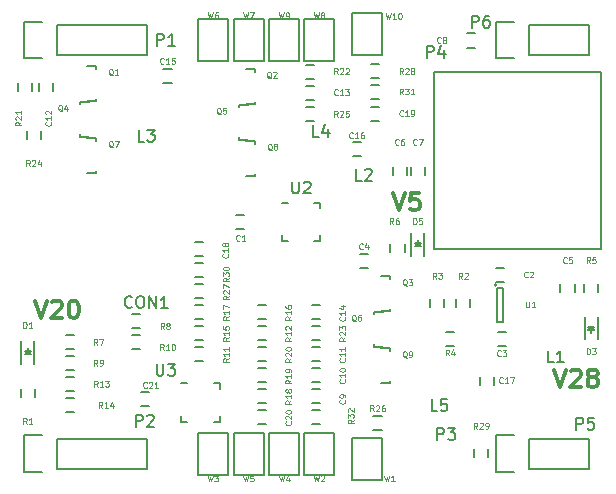
<source format=gbr>
G04 #@! TF.FileFunction,Legend,Top*
%FSLAX46Y46*%
G04 Gerber Fmt 4.6, Leading zero omitted, Abs format (unit mm)*
G04 Created by KiCad (PCBNEW 4.0.2+dfsg1-stable) date mån 26 dec 2016 15:24:11*
%MOMM*%
G01*
G04 APERTURE LIST*
%ADD10C,0.100000*%
%ADD11C,0.300000*%
%ADD12C,0.150000*%
%ADD13C,0.125000*%
G04 APERTURE END LIST*
D10*
D11*
X131904029Y-109541571D02*
X132404029Y-111041571D01*
X132904029Y-109541571D01*
X133332600Y-109684429D02*
X133404029Y-109613000D01*
X133546886Y-109541571D01*
X133904029Y-109541571D01*
X134046886Y-109613000D01*
X134118315Y-109684429D01*
X134189743Y-109827286D01*
X134189743Y-109970143D01*
X134118315Y-110184429D01*
X133261172Y-111041571D01*
X134189743Y-111041571D01*
X135118314Y-109541571D02*
X135261171Y-109541571D01*
X135404028Y-109613000D01*
X135475457Y-109684429D01*
X135546886Y-109827286D01*
X135618314Y-110113000D01*
X135618314Y-110470143D01*
X135546886Y-110755857D01*
X135475457Y-110898714D01*
X135404028Y-110970143D01*
X135261171Y-111041571D01*
X135118314Y-111041571D01*
X134975457Y-110970143D01*
X134904028Y-110898714D01*
X134832600Y-110755857D01*
X134761171Y-110470143D01*
X134761171Y-110113000D01*
X134832600Y-109827286D01*
X134904028Y-109684429D01*
X134975457Y-109613000D01*
X135118314Y-109541571D01*
X162209315Y-100397571D02*
X162709315Y-101897571D01*
X163209315Y-100397571D01*
X164423601Y-100397571D02*
X163709315Y-100397571D01*
X163637886Y-101111857D01*
X163709315Y-101040429D01*
X163852172Y-100969000D01*
X164209315Y-100969000D01*
X164352172Y-101040429D01*
X164423601Y-101111857D01*
X164495029Y-101254714D01*
X164495029Y-101611857D01*
X164423601Y-101754714D01*
X164352172Y-101826143D01*
X164209315Y-101897571D01*
X163852172Y-101897571D01*
X163709315Y-101826143D01*
X163637886Y-101754714D01*
X175846029Y-115383571D02*
X176346029Y-116883571D01*
X176846029Y-115383571D01*
X177274600Y-115526429D02*
X177346029Y-115455000D01*
X177488886Y-115383571D01*
X177846029Y-115383571D01*
X177988886Y-115455000D01*
X178060315Y-115526429D01*
X178131743Y-115669286D01*
X178131743Y-115812143D01*
X178060315Y-116026429D01*
X177203172Y-116883571D01*
X178131743Y-116883571D01*
X178988886Y-116026429D02*
X178846028Y-115955000D01*
X178774600Y-115883571D01*
X178703171Y-115740714D01*
X178703171Y-115669286D01*
X178774600Y-115526429D01*
X178846028Y-115455000D01*
X178988886Y-115383571D01*
X179274600Y-115383571D01*
X179417457Y-115455000D01*
X179488886Y-115526429D01*
X179560314Y-115669286D01*
X179560314Y-115740714D01*
X179488886Y-115883571D01*
X179417457Y-115955000D01*
X179274600Y-116026429D01*
X178988886Y-116026429D01*
X178846028Y-116097857D01*
X178774600Y-116169286D01*
X178703171Y-116312143D01*
X178703171Y-116597857D01*
X178774600Y-116740714D01*
X178846028Y-116812143D01*
X178988886Y-116883571D01*
X179274600Y-116883571D01*
X179417457Y-116812143D01*
X179488886Y-116740714D01*
X179560314Y-116597857D01*
X179560314Y-116312143D01*
X179488886Y-116169286D01*
X179417457Y-116097857D01*
X179274600Y-116026429D01*
D12*
X165732880Y-90169140D02*
X179829880Y-90169140D01*
X179829880Y-105155140D02*
X165732880Y-105155140D01*
X165732880Y-90169140D02*
X165732880Y-105155140D01*
X179829880Y-90169140D02*
X179829880Y-105155140D01*
X158730000Y-85222000D02*
X158730000Y-88778000D01*
X158730000Y-88778000D02*
X161270000Y-88778000D01*
X161270000Y-88778000D02*
X161270000Y-85476000D01*
X161270000Y-85476000D02*
X161270000Y-85222000D01*
X161270000Y-85222000D02*
X158984000Y-85222000D01*
X158984000Y-85222000D02*
X158730000Y-85222000D01*
X158730000Y-121222000D02*
X158730000Y-124778000D01*
X158730000Y-124778000D02*
X161270000Y-124778000D01*
X161270000Y-124778000D02*
X161270000Y-121476000D01*
X161270000Y-121476000D02*
X161270000Y-121222000D01*
X161270000Y-121222000D02*
X158984000Y-121222000D01*
X158984000Y-121222000D02*
X158730000Y-121222000D01*
X151730000Y-85722000D02*
X151730000Y-89278000D01*
X151730000Y-89278000D02*
X154270000Y-89278000D01*
X154270000Y-89278000D02*
X154270000Y-85976000D01*
X154270000Y-85976000D02*
X154270000Y-85722000D01*
X154270000Y-85722000D02*
X151984000Y-85722000D01*
X151984000Y-85722000D02*
X151730000Y-85722000D01*
X154730000Y-85722000D02*
X154730000Y-89278000D01*
X154730000Y-89278000D02*
X157270000Y-89278000D01*
X157270000Y-89278000D02*
X157270000Y-85976000D01*
X157270000Y-85976000D02*
X157270000Y-85722000D01*
X157270000Y-85722000D02*
X154984000Y-85722000D01*
X154984000Y-85722000D02*
X154730000Y-85722000D01*
X148730000Y-85722000D02*
X148730000Y-89278000D01*
X148730000Y-89278000D02*
X151270000Y-89278000D01*
X151270000Y-89278000D02*
X151270000Y-85976000D01*
X151270000Y-85976000D02*
X151270000Y-85722000D01*
X151270000Y-85722000D02*
X148984000Y-85722000D01*
X148984000Y-85722000D02*
X148730000Y-85722000D01*
X145730000Y-85722000D02*
X145730000Y-89278000D01*
X145730000Y-89278000D02*
X148270000Y-89278000D01*
X148270000Y-89278000D02*
X148270000Y-85976000D01*
X148270000Y-85976000D02*
X148270000Y-85722000D01*
X148270000Y-85722000D02*
X145984000Y-85722000D01*
X145984000Y-85722000D02*
X145730000Y-85722000D01*
X148730000Y-120722000D02*
X148730000Y-124278000D01*
X148730000Y-124278000D02*
X151270000Y-124278000D01*
X151270000Y-124278000D02*
X151270000Y-120976000D01*
X151270000Y-120976000D02*
X151270000Y-120722000D01*
X151270000Y-120722000D02*
X148984000Y-120722000D01*
X148984000Y-120722000D02*
X148730000Y-120722000D01*
X151730000Y-120722000D02*
X151730000Y-124278000D01*
X151730000Y-124278000D02*
X154270000Y-124278000D01*
X154270000Y-124278000D02*
X154270000Y-120976000D01*
X154270000Y-120976000D02*
X154270000Y-120722000D01*
X154270000Y-120722000D02*
X151984000Y-120722000D01*
X151984000Y-120722000D02*
X151730000Y-120722000D01*
X145730000Y-120722000D02*
X145730000Y-124278000D01*
X145730000Y-124278000D02*
X148270000Y-124278000D01*
X148270000Y-124278000D02*
X148270000Y-120976000D01*
X148270000Y-120976000D02*
X148270000Y-120722000D01*
X148270000Y-120722000D02*
X145984000Y-120722000D01*
X145984000Y-120722000D02*
X145730000Y-120722000D01*
X157270000Y-124278000D02*
X157270000Y-120722000D01*
X157270000Y-120722000D02*
X154730000Y-120722000D01*
X154730000Y-120722000D02*
X154730000Y-124024000D01*
X154730000Y-124024000D02*
X154730000Y-124278000D01*
X154730000Y-124278000D02*
X157016000Y-124278000D01*
X157016000Y-124278000D02*
X157270000Y-124278000D01*
X147548000Y-116535800D02*
X147548000Y-117035800D01*
X144298000Y-119785800D02*
X144298000Y-119285800D01*
X147548000Y-119785800D02*
X147548000Y-119285800D01*
X144298000Y-116535800D02*
X144798000Y-116535800D01*
X144298000Y-119785800D02*
X144798000Y-119785800D01*
X147548000Y-119785800D02*
X147048000Y-119785800D01*
X147548000Y-116535800D02*
X147048000Y-116535800D01*
X156057000Y-101245000D02*
X156057000Y-101745000D01*
X152807000Y-104495000D02*
X152807000Y-103995000D01*
X156057000Y-104495000D02*
X156057000Y-103995000D01*
X152807000Y-101245000D02*
X153307000Y-101245000D01*
X152807000Y-104495000D02*
X153307000Y-104495000D01*
X156057000Y-104495000D02*
X155557000Y-104495000D01*
X156057000Y-101245000D02*
X155557000Y-101245000D01*
X170997600Y-108231200D02*
G75*
G03X170997600Y-108231200I-100000J0D01*
G01*
X171547600Y-108481200D02*
X171047600Y-108481200D01*
X171547600Y-111381200D02*
X171547600Y-108481200D01*
X171047600Y-111381200D02*
X171547600Y-111381200D01*
X171047600Y-108481200D02*
X171047600Y-111381200D01*
X161239200Y-113562180D02*
X161940240Y-113562180D01*
X161940240Y-113562180D02*
X161940240Y-113811100D01*
X161940240Y-116361160D02*
X161940240Y-116561820D01*
X161940240Y-116561820D02*
X161239200Y-116561820D01*
X149809200Y-96036180D02*
X150510240Y-96036180D01*
X150510240Y-96036180D02*
X150510240Y-96285100D01*
X150510240Y-98835160D02*
X150510240Y-99035820D01*
X150510240Y-99035820D02*
X149809200Y-99035820D01*
X136347200Y-95782180D02*
X137048240Y-95782180D01*
X137048240Y-95782180D02*
X137048240Y-96031100D01*
X137048240Y-98581160D02*
X137048240Y-98781820D01*
X137048240Y-98781820D02*
X136347200Y-98781820D01*
X161340800Y-113513820D02*
X160639760Y-113513820D01*
X160639760Y-113513820D02*
X160639760Y-113264900D01*
X160639760Y-110714840D02*
X160639760Y-110514180D01*
X160639760Y-110514180D02*
X161340800Y-110514180D01*
X149910800Y-95987820D02*
X149209760Y-95987820D01*
X149209760Y-95987820D02*
X149209760Y-95738900D01*
X149209760Y-93188840D02*
X149209760Y-92988180D01*
X149209760Y-92988180D02*
X149910800Y-92988180D01*
X136448800Y-95733820D02*
X135747760Y-95733820D01*
X135747760Y-95733820D02*
X135747760Y-95484900D01*
X135747760Y-92934840D02*
X135747760Y-92734180D01*
X135747760Y-92734180D02*
X136448800Y-92734180D01*
X161239200Y-107466180D02*
X161940240Y-107466180D01*
X161940240Y-107466180D02*
X161940240Y-107715100D01*
X161940240Y-110265160D02*
X161940240Y-110465820D01*
X161940240Y-110465820D02*
X161239200Y-110465820D01*
X149809200Y-89940180D02*
X150510240Y-89940180D01*
X150510240Y-89940180D02*
X150510240Y-90189100D01*
X150510240Y-92739160D02*
X150510240Y-92939820D01*
X150510240Y-92939820D02*
X149809200Y-92939820D01*
X136347200Y-89686180D02*
X137048240Y-89686180D01*
X137048240Y-89686180D02*
X137048240Y-89935100D01*
X137048240Y-92485160D02*
X137048240Y-92685820D01*
X137048240Y-92685820D02*
X136347200Y-92685820D01*
X164888000Y-105748000D02*
X164888000Y-103848000D01*
X163788000Y-105748000D02*
X163788000Y-103848000D01*
X164338000Y-104848000D02*
X164338000Y-104398000D01*
X164088000Y-104898000D02*
X164588000Y-104898000D01*
X164338000Y-104898000D02*
X164088000Y-104648000D01*
X164088000Y-104648000D02*
X164588000Y-104648000D01*
X164588000Y-104648000D02*
X164338000Y-104898000D01*
X178450000Y-110900000D02*
X178450000Y-112800000D01*
X179550000Y-110900000D02*
X179550000Y-112800000D01*
X179000000Y-111800000D02*
X179000000Y-112250000D01*
X179250000Y-111750000D02*
X178750000Y-111750000D01*
X179000000Y-111750000D02*
X179250000Y-112000000D01*
X179250000Y-112000000D02*
X178750000Y-112000000D01*
X178750000Y-112000000D02*
X179000000Y-111750000D01*
X131868000Y-114892000D02*
X131868000Y-112992000D01*
X130768000Y-114892000D02*
X130768000Y-112992000D01*
X131318000Y-113992000D02*
X131318000Y-113542000D01*
X131068000Y-114042000D02*
X131568000Y-114042000D01*
X131318000Y-114042000D02*
X131068000Y-113792000D01*
X131068000Y-113792000D02*
X131568000Y-113792000D01*
X131568000Y-113792000D02*
X131318000Y-114042000D01*
X151480000Y-119980000D02*
X150780000Y-119980000D01*
X150780000Y-118780000D02*
X151480000Y-118780000D01*
X160381200Y-93126000D02*
X161081200Y-93126000D01*
X161081200Y-94326000D02*
X160381200Y-94326000D01*
X145446000Y-104606800D02*
X146146000Y-104606800D01*
X146146000Y-105806800D02*
X145446000Y-105806800D01*
X170780000Y-115982000D02*
X170780000Y-116682000D01*
X169580000Y-116682000D02*
X169580000Y-115982000D01*
X158806400Y-96123200D02*
X159506400Y-96123200D01*
X159506400Y-97323200D02*
X158806400Y-97323200D01*
X142779000Y-89951000D02*
X143479000Y-89951000D01*
X143479000Y-91151000D02*
X142779000Y-91151000D01*
X156052000Y-111090000D02*
X155352000Y-111090000D01*
X155352000Y-109890000D02*
X156052000Y-109890000D01*
X154844000Y-91348000D02*
X155544000Y-91348000D01*
X155544000Y-92548000D02*
X154844000Y-92548000D01*
X133442000Y-91090000D02*
X133442000Y-91790000D01*
X132242000Y-91790000D02*
X132242000Y-91090000D01*
X155352000Y-113446000D02*
X156052000Y-113446000D01*
X156052000Y-114646000D02*
X155352000Y-114646000D01*
X155352000Y-115224000D02*
X156052000Y-115224000D01*
X156052000Y-116424000D02*
X155352000Y-116424000D01*
X155352000Y-117002000D02*
X156052000Y-117002000D01*
X156052000Y-118202000D02*
X155352000Y-118202000D01*
X168458400Y-86928400D02*
X169158400Y-86928400D01*
X169158400Y-88128400D02*
X168458400Y-88128400D01*
X163738000Y-98902000D02*
X163738000Y-98202000D01*
X164938000Y-98202000D02*
X164938000Y-98902000D01*
X162214000Y-98902000D02*
X162214000Y-98202000D01*
X163414000Y-98202000D02*
X163414000Y-98902000D01*
X176400000Y-108850000D02*
X176400000Y-108150000D01*
X177600000Y-108150000D02*
X177600000Y-108850000D01*
X160116000Y-106772000D02*
X159416000Y-106772000D01*
X159416000Y-105572000D02*
X160116000Y-105572000D01*
X171800000Y-113376000D02*
X171100000Y-113376000D01*
X171100000Y-112176000D02*
X171800000Y-112176000D01*
X171647600Y-107991200D02*
X170947600Y-107991200D01*
X170947600Y-106791200D02*
X171647600Y-106791200D01*
X149600400Y-103470000D02*
X148900400Y-103470000D01*
X148900400Y-102270000D02*
X149600400Y-102270000D01*
X140874000Y-117256000D02*
X141574000Y-117256000D01*
X141574000Y-118456000D02*
X140874000Y-118456000D01*
X131918000Y-116998000D02*
X131918000Y-117698000D01*
X130718000Y-117698000D02*
X130718000Y-116998000D01*
X167548000Y-110078000D02*
X167548000Y-109378000D01*
X168748000Y-109378000D02*
X168748000Y-110078000D01*
X166563600Y-109378000D02*
X166563600Y-110078000D01*
X165363600Y-110078000D02*
X165363600Y-109378000D01*
X166731200Y-112176000D02*
X167431200Y-112176000D01*
X167431200Y-113376000D02*
X166731200Y-113376000D01*
X178400000Y-108850000D02*
X178400000Y-108150000D01*
X179600000Y-108150000D02*
X179600000Y-108850000D01*
X162010800Y-105455200D02*
X162010800Y-104755200D01*
X163210800Y-104755200D02*
X163210800Y-105455200D01*
X135224000Y-113630000D02*
X134524000Y-113630000D01*
X134524000Y-112430000D02*
X135224000Y-112430000D01*
X140112000Y-110652000D02*
X140812000Y-110652000D01*
X140812000Y-111852000D02*
X140112000Y-111852000D01*
X134524000Y-114208000D02*
X135224000Y-114208000D01*
X135224000Y-115408000D02*
X134524000Y-115408000D01*
X140812000Y-113630000D02*
X140112000Y-113630000D01*
X140112000Y-112430000D02*
X140812000Y-112430000D01*
X146146000Y-114646000D02*
X145446000Y-114646000D01*
X145446000Y-113446000D02*
X146146000Y-113446000D01*
X151480000Y-112868000D02*
X150780000Y-112868000D01*
X150780000Y-111668000D02*
X151480000Y-111668000D01*
X134524000Y-115986000D02*
X135224000Y-115986000D01*
X135224000Y-117186000D02*
X134524000Y-117186000D01*
X135224000Y-118964000D02*
X134524000Y-118964000D01*
X134524000Y-117764000D02*
X135224000Y-117764000D01*
X145446000Y-111668000D02*
X146146000Y-111668000D01*
X146146000Y-112868000D02*
X145446000Y-112868000D01*
X150780000Y-109890000D02*
X151480000Y-109890000D01*
X151480000Y-111090000D02*
X150780000Y-111090000D01*
X146146000Y-111090000D02*
X145446000Y-111090000D01*
X145446000Y-109890000D02*
X146146000Y-109890000D01*
X151480000Y-118202000D02*
X150780000Y-118202000D01*
X150780000Y-117002000D02*
X151480000Y-117002000D01*
X151480000Y-116424000D02*
X150780000Y-116424000D01*
X150780000Y-115224000D02*
X151480000Y-115224000D01*
X151480000Y-114646000D02*
X150780000Y-114646000D01*
X150780000Y-113446000D02*
X151480000Y-113446000D01*
X131664000Y-91090000D02*
X131664000Y-91790000D01*
X130464000Y-91790000D02*
X130464000Y-91090000D01*
X154844000Y-89570000D02*
X155544000Y-89570000D01*
X155544000Y-90770000D02*
X154844000Y-90770000D01*
X156052000Y-112868000D02*
X155352000Y-112868000D01*
X155352000Y-111668000D02*
X156052000Y-111668000D01*
X132426000Y-95154000D02*
X132426000Y-95854000D01*
X131226000Y-95854000D02*
X131226000Y-95154000D01*
X154844000Y-93126000D02*
X155544000Y-93126000D01*
X155544000Y-94326000D02*
X154844000Y-94326000D01*
X161259000Y-120488000D02*
X160559000Y-120488000D01*
X160559000Y-119288000D02*
X161259000Y-119288000D01*
X145446000Y-108112000D02*
X146146000Y-108112000D01*
X146146000Y-109312000D02*
X145446000Y-109312000D01*
X160381200Y-89519200D02*
X161081200Y-89519200D01*
X161081200Y-90719200D02*
X160381200Y-90719200D01*
X170272000Y-122078000D02*
X170272000Y-122778000D01*
X169072000Y-122778000D02*
X169072000Y-122078000D01*
X146146000Y-107534000D02*
X145446000Y-107534000D01*
X145446000Y-106334000D02*
X146146000Y-106334000D01*
X161081200Y-92497200D02*
X160381200Y-92497200D01*
X160381200Y-91297200D02*
X161081200Y-91297200D01*
X155352000Y-118780000D02*
X156052000Y-118780000D01*
X156052000Y-119980000D02*
X155352000Y-119980000D01*
X133770000Y-88770000D02*
X141390000Y-88770000D01*
X133770000Y-86230000D02*
X141390000Y-86230000D01*
X130950000Y-85950000D02*
X132500000Y-85950000D01*
X141390000Y-88770000D02*
X141390000Y-86230000D01*
X133770000Y-86230000D02*
X133770000Y-88770000D01*
X132500000Y-89050000D02*
X130950000Y-89050000D01*
X130950000Y-89050000D02*
X130950000Y-85950000D01*
X133770000Y-123770000D02*
X141390000Y-123770000D01*
X133770000Y-121230000D02*
X141390000Y-121230000D01*
X130950000Y-120950000D02*
X132500000Y-120950000D01*
X141390000Y-123770000D02*
X141390000Y-121230000D01*
X133770000Y-121230000D02*
X133770000Y-123770000D01*
X132500000Y-124050000D02*
X130950000Y-124050000D01*
X130950000Y-124050000D02*
X130950000Y-120950000D01*
X173770000Y-123770000D02*
X178850000Y-123770000D01*
X178850000Y-123770000D02*
X178850000Y-121230000D01*
X178850000Y-121230000D02*
X173770000Y-121230000D01*
X170950000Y-120950000D02*
X172500000Y-120950000D01*
X173770000Y-121230000D02*
X173770000Y-123770000D01*
X172500000Y-124050000D02*
X170950000Y-124050000D01*
X170950000Y-124050000D02*
X170950000Y-120950000D01*
X173770000Y-88770000D02*
X178850000Y-88770000D01*
X178850000Y-88770000D02*
X178850000Y-86230000D01*
X178850000Y-86230000D02*
X173770000Y-86230000D01*
X170950000Y-85950000D02*
X172500000Y-85950000D01*
X173770000Y-86230000D02*
X173770000Y-88770000D01*
X172500000Y-89050000D02*
X170950000Y-89050000D01*
X170950000Y-89050000D02*
X170950000Y-85950000D01*
X165098505Y-88971381D02*
X165098505Y-87971381D01*
X165479458Y-87971381D01*
X165574696Y-88019000D01*
X165622315Y-88066619D01*
X165669934Y-88161857D01*
X165669934Y-88304714D01*
X165622315Y-88399952D01*
X165574696Y-88447571D01*
X165479458Y-88495190D01*
X165098505Y-88495190D01*
X166527077Y-88304714D02*
X166527077Y-88971381D01*
X166288981Y-87923762D02*
X166050886Y-88638048D01*
X166669934Y-88638048D01*
X140111315Y-110085143D02*
X140063696Y-110132762D01*
X139920839Y-110180381D01*
X139825601Y-110180381D01*
X139682743Y-110132762D01*
X139587505Y-110037524D01*
X139539886Y-109942286D01*
X139492267Y-109751810D01*
X139492267Y-109608952D01*
X139539886Y-109418476D01*
X139587505Y-109323238D01*
X139682743Y-109228000D01*
X139825601Y-109180381D01*
X139920839Y-109180381D01*
X140063696Y-109228000D01*
X140111315Y-109275619D01*
X140730362Y-109180381D02*
X140920839Y-109180381D01*
X141016077Y-109228000D01*
X141111315Y-109323238D01*
X141158934Y-109513714D01*
X141158934Y-109847048D01*
X141111315Y-110037524D01*
X141016077Y-110132762D01*
X140920839Y-110180381D01*
X140730362Y-110180381D01*
X140635124Y-110132762D01*
X140539886Y-110037524D01*
X140492267Y-109847048D01*
X140492267Y-109513714D01*
X140539886Y-109323238D01*
X140635124Y-109228000D01*
X140730362Y-109180381D01*
X141587505Y-110180381D02*
X141587505Y-109180381D01*
X142158934Y-110180381D01*
X142158934Y-109180381D01*
X143158934Y-110180381D02*
X142587505Y-110180381D01*
X142873219Y-110180381D02*
X142873219Y-109180381D01*
X142777981Y-109323238D01*
X142682743Y-109418476D01*
X142587505Y-109466095D01*
D13*
X161590125Y-85197190D02*
X161709172Y-85697190D01*
X161804410Y-85340048D01*
X161899648Y-85697190D01*
X162018696Y-85197190D01*
X162471077Y-85697190D02*
X162185363Y-85697190D01*
X162328220Y-85697190D02*
X162328220Y-85197190D01*
X162280601Y-85268619D01*
X162232982Y-85316238D01*
X162185363Y-85340048D01*
X162780601Y-85197190D02*
X162828220Y-85197190D01*
X162875839Y-85221000D01*
X162899648Y-85244810D01*
X162923458Y-85292429D01*
X162947267Y-85387667D01*
X162947267Y-85506714D01*
X162923458Y-85601952D01*
X162899648Y-85649571D01*
X162875839Y-85673381D01*
X162828220Y-85697190D01*
X162780601Y-85697190D01*
X162732982Y-85673381D01*
X162709172Y-85649571D01*
X162685363Y-85601952D01*
X162661553Y-85506714D01*
X162661553Y-85387667D01*
X162685363Y-85292429D01*
X162709172Y-85244810D01*
X162732982Y-85221000D01*
X162780601Y-85197190D01*
X161472620Y-124363990D02*
X161591667Y-124863990D01*
X161686905Y-124506848D01*
X161782143Y-124863990D01*
X161901191Y-124363990D01*
X162353572Y-124863990D02*
X162067858Y-124863990D01*
X162210715Y-124863990D02*
X162210715Y-124363990D01*
X162163096Y-124435419D01*
X162115477Y-124483038D01*
X162067858Y-124506848D01*
D12*
X159573934Y-99385381D02*
X159097743Y-99385381D01*
X159097743Y-98385381D01*
X159859648Y-98480619D02*
X159907267Y-98433000D01*
X160002505Y-98385381D01*
X160240601Y-98385381D01*
X160335839Y-98433000D01*
X160383458Y-98480619D01*
X160431077Y-98575857D01*
X160431077Y-98671095D01*
X160383458Y-98813952D01*
X159812029Y-99385381D01*
X160431077Y-99385381D01*
D13*
X152531820Y-85146390D02*
X152650867Y-85646390D01*
X152746105Y-85289248D01*
X152841343Y-85646390D01*
X152960391Y-85146390D01*
X153174677Y-85646390D02*
X153269915Y-85646390D01*
X153317534Y-85622581D01*
X153341344Y-85598771D01*
X153388963Y-85527343D01*
X153412772Y-85432105D01*
X153412772Y-85241629D01*
X153388963Y-85194010D01*
X153365153Y-85170200D01*
X153317534Y-85146390D01*
X153222296Y-85146390D01*
X153174677Y-85170200D01*
X153150868Y-85194010D01*
X153127058Y-85241629D01*
X153127058Y-85360676D01*
X153150868Y-85408295D01*
X153174677Y-85432105D01*
X153222296Y-85455914D01*
X153317534Y-85455914D01*
X153365153Y-85432105D01*
X153388963Y-85408295D01*
X153412772Y-85360676D01*
X155529020Y-85146390D02*
X155648067Y-85646390D01*
X155743305Y-85289248D01*
X155838543Y-85646390D01*
X155957591Y-85146390D01*
X156219496Y-85360676D02*
X156171877Y-85336867D01*
X156148068Y-85313057D01*
X156124258Y-85265438D01*
X156124258Y-85241629D01*
X156148068Y-85194010D01*
X156171877Y-85170200D01*
X156219496Y-85146390D01*
X156314734Y-85146390D01*
X156362353Y-85170200D01*
X156386163Y-85194010D01*
X156409972Y-85241629D01*
X156409972Y-85265438D01*
X156386163Y-85313057D01*
X156362353Y-85336867D01*
X156314734Y-85360676D01*
X156219496Y-85360676D01*
X156171877Y-85384486D01*
X156148068Y-85408295D01*
X156124258Y-85455914D01*
X156124258Y-85551152D01*
X156148068Y-85598771D01*
X156171877Y-85622581D01*
X156219496Y-85646390D01*
X156314734Y-85646390D01*
X156362353Y-85622581D01*
X156386163Y-85598771D01*
X156409972Y-85551152D01*
X156409972Y-85455914D01*
X156386163Y-85408295D01*
X156362353Y-85384486D01*
X156314734Y-85360676D01*
X149534620Y-85146390D02*
X149653667Y-85646390D01*
X149748905Y-85289248D01*
X149844143Y-85646390D01*
X149963191Y-85146390D01*
X150106049Y-85146390D02*
X150439382Y-85146390D01*
X150225096Y-85646390D01*
X146537420Y-85146390D02*
X146656467Y-85646390D01*
X146751705Y-85289248D01*
X146846943Y-85646390D01*
X146965991Y-85146390D01*
X147370753Y-85146390D02*
X147275515Y-85146390D01*
X147227896Y-85170200D01*
X147204087Y-85194010D01*
X147156468Y-85265438D01*
X147132658Y-85360676D01*
X147132658Y-85551152D01*
X147156468Y-85598771D01*
X147180277Y-85622581D01*
X147227896Y-85646390D01*
X147323134Y-85646390D01*
X147370753Y-85622581D01*
X147394563Y-85598771D01*
X147418372Y-85551152D01*
X147418372Y-85432105D01*
X147394563Y-85384486D01*
X147370753Y-85360676D01*
X147323134Y-85336867D01*
X147227896Y-85336867D01*
X147180277Y-85360676D01*
X147156468Y-85384486D01*
X147132658Y-85432105D01*
X149534620Y-124363990D02*
X149653667Y-124863990D01*
X149748905Y-124506848D01*
X149844143Y-124863990D01*
X149963191Y-124363990D01*
X150391763Y-124363990D02*
X150153668Y-124363990D01*
X150129858Y-124602086D01*
X150153668Y-124578276D01*
X150201287Y-124554467D01*
X150320334Y-124554467D01*
X150367953Y-124578276D01*
X150391763Y-124602086D01*
X150415572Y-124649705D01*
X150415572Y-124768752D01*
X150391763Y-124816371D01*
X150367953Y-124840181D01*
X150320334Y-124863990D01*
X150201287Y-124863990D01*
X150153668Y-124840181D01*
X150129858Y-124816371D01*
X152582620Y-124363990D02*
X152701667Y-124863990D01*
X152796905Y-124506848D01*
X152892143Y-124863990D01*
X153011191Y-124363990D01*
X153415953Y-124530657D02*
X153415953Y-124863990D01*
X153296906Y-124340181D02*
X153177858Y-124697324D01*
X153487382Y-124697324D01*
X146537420Y-124363990D02*
X146656467Y-124863990D01*
X146751705Y-124506848D01*
X146846943Y-124863990D01*
X146965991Y-124363990D01*
X147108849Y-124363990D02*
X147418372Y-124363990D01*
X147251706Y-124554467D01*
X147323134Y-124554467D01*
X147370753Y-124578276D01*
X147394563Y-124602086D01*
X147418372Y-124649705D01*
X147418372Y-124768752D01*
X147394563Y-124816371D01*
X147370753Y-124840181D01*
X147323134Y-124863990D01*
X147180277Y-124863990D01*
X147132658Y-124840181D01*
X147108849Y-124816371D01*
X155529020Y-124313190D02*
X155648067Y-124813190D01*
X155743305Y-124456048D01*
X155838543Y-124813190D01*
X155957591Y-124313190D01*
X156124258Y-124360810D02*
X156148068Y-124337000D01*
X156195687Y-124313190D01*
X156314734Y-124313190D01*
X156362353Y-124337000D01*
X156386163Y-124360810D01*
X156409972Y-124408429D01*
X156409972Y-124456048D01*
X156386163Y-124527476D01*
X156100449Y-124813190D01*
X156409972Y-124813190D01*
D12*
X142214695Y-114895381D02*
X142214695Y-115704905D01*
X142262314Y-115800143D01*
X142309933Y-115847762D01*
X142405171Y-115895381D01*
X142595648Y-115895381D01*
X142690886Y-115847762D01*
X142738505Y-115800143D01*
X142786124Y-115704905D01*
X142786124Y-114895381D01*
X143167076Y-114895381D02*
X143786124Y-114895381D01*
X143452790Y-115276333D01*
X143595648Y-115276333D01*
X143690886Y-115323952D01*
X143738505Y-115371571D01*
X143786124Y-115466810D01*
X143786124Y-115704905D01*
X143738505Y-115800143D01*
X143690886Y-115847762D01*
X143595648Y-115895381D01*
X143309933Y-115895381D01*
X143214695Y-115847762D01*
X143167076Y-115800143D01*
X153670095Y-99472381D02*
X153670095Y-100281905D01*
X153717714Y-100377143D01*
X153765333Y-100424762D01*
X153860571Y-100472381D01*
X154051048Y-100472381D01*
X154146286Y-100424762D01*
X154193905Y-100377143D01*
X154241524Y-100281905D01*
X154241524Y-99472381D01*
X154670095Y-99567619D02*
X154717714Y-99520000D01*
X154812952Y-99472381D01*
X155051048Y-99472381D01*
X155146286Y-99520000D01*
X155193905Y-99567619D01*
X155241524Y-99662857D01*
X155241524Y-99758095D01*
X155193905Y-99900952D01*
X154622476Y-100472381D01*
X155241524Y-100472381D01*
D13*
X173482048Y-109631990D02*
X173482048Y-110036752D01*
X173505857Y-110084371D01*
X173529667Y-110108181D01*
X173577286Y-110131990D01*
X173672524Y-110131990D01*
X173720143Y-110108181D01*
X173743952Y-110084371D01*
X173767762Y-110036752D01*
X173767762Y-109631990D01*
X174267762Y-110131990D02*
X173982048Y-110131990D01*
X174124905Y-110131990D02*
X174124905Y-109631990D01*
X174077286Y-109703419D01*
X174029667Y-109751038D01*
X173982048Y-109774848D01*
X163401381Y-114396010D02*
X163353762Y-114372200D01*
X163306143Y-114324581D01*
X163234714Y-114253152D01*
X163187095Y-114229343D01*
X163139476Y-114229343D01*
X163163286Y-114348390D02*
X163115667Y-114324581D01*
X163068048Y-114276962D01*
X163044238Y-114181724D01*
X163044238Y-114015057D01*
X163068048Y-113919819D01*
X163115667Y-113872200D01*
X163163286Y-113848390D01*
X163258524Y-113848390D01*
X163306143Y-113872200D01*
X163353762Y-113919819D01*
X163377571Y-114015057D01*
X163377571Y-114181724D01*
X163353762Y-114276962D01*
X163306143Y-114324581D01*
X163258524Y-114348390D01*
X163163286Y-114348390D01*
X163615667Y-114348390D02*
X163710905Y-114348390D01*
X163758524Y-114324581D01*
X163782334Y-114300771D01*
X163829953Y-114229343D01*
X163853762Y-114134105D01*
X163853762Y-113943629D01*
X163829953Y-113896010D01*
X163806143Y-113872200D01*
X163758524Y-113848390D01*
X163663286Y-113848390D01*
X163615667Y-113872200D01*
X163591858Y-113896010D01*
X163568048Y-113943629D01*
X163568048Y-114062676D01*
X163591858Y-114110295D01*
X163615667Y-114134105D01*
X163663286Y-114157914D01*
X163758524Y-114157914D01*
X163806143Y-114134105D01*
X163829953Y-114110295D01*
X163853762Y-114062676D01*
X151971381Y-96819210D02*
X151923762Y-96795400D01*
X151876143Y-96747781D01*
X151804714Y-96676352D01*
X151757095Y-96652543D01*
X151709476Y-96652543D01*
X151733286Y-96771590D02*
X151685667Y-96747781D01*
X151638048Y-96700162D01*
X151614238Y-96604924D01*
X151614238Y-96438257D01*
X151638048Y-96343019D01*
X151685667Y-96295400D01*
X151733286Y-96271590D01*
X151828524Y-96271590D01*
X151876143Y-96295400D01*
X151923762Y-96343019D01*
X151947571Y-96438257D01*
X151947571Y-96604924D01*
X151923762Y-96700162D01*
X151876143Y-96747781D01*
X151828524Y-96771590D01*
X151733286Y-96771590D01*
X152233286Y-96485876D02*
X152185667Y-96462067D01*
X152161858Y-96438257D01*
X152138048Y-96390638D01*
X152138048Y-96366829D01*
X152161858Y-96319210D01*
X152185667Y-96295400D01*
X152233286Y-96271590D01*
X152328524Y-96271590D01*
X152376143Y-96295400D01*
X152399953Y-96319210D01*
X152423762Y-96366829D01*
X152423762Y-96390638D01*
X152399953Y-96438257D01*
X152376143Y-96462067D01*
X152328524Y-96485876D01*
X152233286Y-96485876D01*
X152185667Y-96509686D01*
X152161858Y-96533495D01*
X152138048Y-96581114D01*
X152138048Y-96676352D01*
X152161858Y-96723971D01*
X152185667Y-96747781D01*
X152233286Y-96771590D01*
X152328524Y-96771590D01*
X152376143Y-96747781D01*
X152399953Y-96723971D01*
X152423762Y-96676352D01*
X152423762Y-96581114D01*
X152399953Y-96533495D01*
X152376143Y-96509686D01*
X152328524Y-96485876D01*
X138509381Y-96565210D02*
X138461762Y-96541400D01*
X138414143Y-96493781D01*
X138342714Y-96422352D01*
X138295095Y-96398543D01*
X138247476Y-96398543D01*
X138271286Y-96517590D02*
X138223667Y-96493781D01*
X138176048Y-96446162D01*
X138152238Y-96350924D01*
X138152238Y-96184257D01*
X138176048Y-96089019D01*
X138223667Y-96041400D01*
X138271286Y-96017590D01*
X138366524Y-96017590D01*
X138414143Y-96041400D01*
X138461762Y-96089019D01*
X138485571Y-96184257D01*
X138485571Y-96350924D01*
X138461762Y-96446162D01*
X138414143Y-96493781D01*
X138366524Y-96517590D01*
X138271286Y-96517590D01*
X138652239Y-96017590D02*
X138985572Y-96017590D01*
X138771286Y-96517590D01*
X159083381Y-111297210D02*
X159035762Y-111273400D01*
X158988143Y-111225781D01*
X158916714Y-111154352D01*
X158869095Y-111130543D01*
X158821476Y-111130543D01*
X158845286Y-111249590D02*
X158797667Y-111225781D01*
X158750048Y-111178162D01*
X158726238Y-111082924D01*
X158726238Y-110916257D01*
X158750048Y-110821019D01*
X158797667Y-110773400D01*
X158845286Y-110749590D01*
X158940524Y-110749590D01*
X158988143Y-110773400D01*
X159035762Y-110821019D01*
X159059571Y-110916257D01*
X159059571Y-111082924D01*
X159035762Y-111178162D01*
X158988143Y-111225781D01*
X158940524Y-111249590D01*
X158845286Y-111249590D01*
X159488143Y-110749590D02*
X159392905Y-110749590D01*
X159345286Y-110773400D01*
X159321477Y-110797210D01*
X159273858Y-110868638D01*
X159250048Y-110963876D01*
X159250048Y-111154352D01*
X159273858Y-111201971D01*
X159297667Y-111225781D01*
X159345286Y-111249590D01*
X159440524Y-111249590D01*
X159488143Y-111225781D01*
X159511953Y-111201971D01*
X159535762Y-111154352D01*
X159535762Y-111035305D01*
X159511953Y-110987686D01*
X159488143Y-110963876D01*
X159440524Y-110940067D01*
X159345286Y-110940067D01*
X159297667Y-110963876D01*
X159273858Y-110987686D01*
X159250048Y-111035305D01*
X147653381Y-93771210D02*
X147605762Y-93747400D01*
X147558143Y-93699781D01*
X147486714Y-93628352D01*
X147439095Y-93604543D01*
X147391476Y-93604543D01*
X147415286Y-93723590D02*
X147367667Y-93699781D01*
X147320048Y-93652162D01*
X147296238Y-93556924D01*
X147296238Y-93390257D01*
X147320048Y-93295019D01*
X147367667Y-93247400D01*
X147415286Y-93223590D01*
X147510524Y-93223590D01*
X147558143Y-93247400D01*
X147605762Y-93295019D01*
X147629571Y-93390257D01*
X147629571Y-93556924D01*
X147605762Y-93652162D01*
X147558143Y-93699781D01*
X147510524Y-93723590D01*
X147415286Y-93723590D01*
X148081953Y-93223590D02*
X147843858Y-93223590D01*
X147820048Y-93461686D01*
X147843858Y-93437876D01*
X147891477Y-93414067D01*
X148010524Y-93414067D01*
X148058143Y-93437876D01*
X148081953Y-93461686D01*
X148105762Y-93509305D01*
X148105762Y-93628352D01*
X148081953Y-93675971D01*
X148058143Y-93699781D01*
X148010524Y-93723590D01*
X147891477Y-93723590D01*
X147843858Y-93699781D01*
X147820048Y-93675971D01*
X134242181Y-93517210D02*
X134194562Y-93493400D01*
X134146943Y-93445781D01*
X134075514Y-93374352D01*
X134027895Y-93350543D01*
X133980276Y-93350543D01*
X134004086Y-93469590D02*
X133956467Y-93445781D01*
X133908848Y-93398162D01*
X133885038Y-93302924D01*
X133885038Y-93136257D01*
X133908848Y-93041019D01*
X133956467Y-92993400D01*
X134004086Y-92969590D01*
X134099324Y-92969590D01*
X134146943Y-92993400D01*
X134194562Y-93041019D01*
X134218371Y-93136257D01*
X134218371Y-93302924D01*
X134194562Y-93398162D01*
X134146943Y-93445781D01*
X134099324Y-93469590D01*
X134004086Y-93469590D01*
X134646943Y-93136257D02*
X134646943Y-93469590D01*
X134527896Y-92945781D02*
X134408848Y-93302924D01*
X134718372Y-93302924D01*
X163401381Y-108300010D02*
X163353762Y-108276200D01*
X163306143Y-108228581D01*
X163234714Y-108157152D01*
X163187095Y-108133343D01*
X163139476Y-108133343D01*
X163163286Y-108252390D02*
X163115667Y-108228581D01*
X163068048Y-108180962D01*
X163044238Y-108085724D01*
X163044238Y-107919057D01*
X163068048Y-107823819D01*
X163115667Y-107776200D01*
X163163286Y-107752390D01*
X163258524Y-107752390D01*
X163306143Y-107776200D01*
X163353762Y-107823819D01*
X163377571Y-107919057D01*
X163377571Y-108085724D01*
X163353762Y-108180962D01*
X163306143Y-108228581D01*
X163258524Y-108252390D01*
X163163286Y-108252390D01*
X163544239Y-107752390D02*
X163853762Y-107752390D01*
X163687096Y-107942867D01*
X163758524Y-107942867D01*
X163806143Y-107966676D01*
X163829953Y-107990486D01*
X163853762Y-108038105D01*
X163853762Y-108157152D01*
X163829953Y-108204771D01*
X163806143Y-108228581D01*
X163758524Y-108252390D01*
X163615667Y-108252390D01*
X163568048Y-108228581D01*
X163544239Y-108204771D01*
X151920581Y-90723210D02*
X151872962Y-90699400D01*
X151825343Y-90651781D01*
X151753914Y-90580352D01*
X151706295Y-90556543D01*
X151658676Y-90556543D01*
X151682486Y-90675590D02*
X151634867Y-90651781D01*
X151587248Y-90604162D01*
X151563438Y-90508924D01*
X151563438Y-90342257D01*
X151587248Y-90247019D01*
X151634867Y-90199400D01*
X151682486Y-90175590D01*
X151777724Y-90175590D01*
X151825343Y-90199400D01*
X151872962Y-90247019D01*
X151896771Y-90342257D01*
X151896771Y-90508924D01*
X151872962Y-90604162D01*
X151825343Y-90651781D01*
X151777724Y-90675590D01*
X151682486Y-90675590D01*
X152087248Y-90223210D02*
X152111058Y-90199400D01*
X152158677Y-90175590D01*
X152277724Y-90175590D01*
X152325343Y-90199400D01*
X152349153Y-90223210D01*
X152372962Y-90270829D01*
X152372962Y-90318448D01*
X152349153Y-90389876D01*
X152063439Y-90675590D01*
X152372962Y-90675590D01*
X138509381Y-90469210D02*
X138461762Y-90445400D01*
X138414143Y-90397781D01*
X138342714Y-90326352D01*
X138295095Y-90302543D01*
X138247476Y-90302543D01*
X138271286Y-90421590D02*
X138223667Y-90397781D01*
X138176048Y-90350162D01*
X138152238Y-90254924D01*
X138152238Y-90088257D01*
X138176048Y-89993019D01*
X138223667Y-89945400D01*
X138271286Y-89921590D01*
X138366524Y-89921590D01*
X138414143Y-89945400D01*
X138461762Y-89993019D01*
X138485571Y-90088257D01*
X138485571Y-90254924D01*
X138461762Y-90350162D01*
X138414143Y-90397781D01*
X138366524Y-90421590D01*
X138271286Y-90421590D01*
X138961762Y-90421590D02*
X138676048Y-90421590D01*
X138818905Y-90421590D02*
X138818905Y-89921590D01*
X138771286Y-89993019D01*
X138723667Y-90040638D01*
X138676048Y-90064448D01*
D12*
X165974734Y-118892581D02*
X165498543Y-118892581D01*
X165498543Y-117892581D01*
X166784258Y-117892581D02*
X166308067Y-117892581D01*
X166260448Y-118368771D01*
X166308067Y-118321152D01*
X166403305Y-118273533D01*
X166641401Y-118273533D01*
X166736639Y-118321152D01*
X166784258Y-118368771D01*
X166831877Y-118464010D01*
X166831877Y-118702105D01*
X166784258Y-118797343D01*
X166736639Y-118844962D01*
X166641401Y-118892581D01*
X166403305Y-118892581D01*
X166308067Y-118844962D01*
X166260448Y-118797343D01*
X155967134Y-95676981D02*
X155490943Y-95676981D01*
X155490943Y-94676981D01*
X156729039Y-95010314D02*
X156729039Y-95676981D01*
X156490943Y-94629362D02*
X156252848Y-95343648D01*
X156871896Y-95343648D01*
X141184334Y-96083381D02*
X140708143Y-96083381D01*
X140708143Y-95083381D01*
X141422429Y-95083381D02*
X142041477Y-95083381D01*
X141708143Y-95464333D01*
X141851001Y-95464333D01*
X141946239Y-95511952D01*
X141993858Y-95559571D01*
X142041477Y-95654810D01*
X142041477Y-95892905D01*
X141993858Y-95988143D01*
X141946239Y-96035762D01*
X141851001Y-96083381D01*
X141565286Y-96083381D01*
X141470048Y-96035762D01*
X141422429Y-95988143D01*
X175829934Y-114777781D02*
X175353743Y-114777781D01*
X175353743Y-113777781D01*
X176687077Y-114777781D02*
X176115648Y-114777781D01*
X176401362Y-114777781D02*
X176401362Y-113777781D01*
X176306124Y-113920638D01*
X176210886Y-114015876D01*
X176115648Y-114063495D01*
D13*
X163943553Y-103070790D02*
X163943553Y-102570790D01*
X164062600Y-102570790D01*
X164134029Y-102594600D01*
X164181648Y-102642219D01*
X164205457Y-102689838D01*
X164229267Y-102785076D01*
X164229267Y-102856505D01*
X164205457Y-102951743D01*
X164181648Y-102999362D01*
X164134029Y-103046981D01*
X164062600Y-103070790D01*
X163943553Y-103070790D01*
X164681648Y-102570790D02*
X164443553Y-102570790D01*
X164419743Y-102808886D01*
X164443553Y-102785076D01*
X164491172Y-102761267D01*
X164610219Y-102761267D01*
X164657838Y-102785076D01*
X164681648Y-102808886D01*
X164705457Y-102856505D01*
X164705457Y-102975552D01*
X164681648Y-103023171D01*
X164657838Y-103046981D01*
X164610219Y-103070790D01*
X164491172Y-103070790D01*
X164443553Y-103046981D01*
X164419743Y-103023171D01*
X178624753Y-114094390D02*
X178624753Y-113594390D01*
X178743800Y-113594390D01*
X178815229Y-113618200D01*
X178862848Y-113665819D01*
X178886657Y-113713438D01*
X178910467Y-113808676D01*
X178910467Y-113880105D01*
X178886657Y-113975343D01*
X178862848Y-114022962D01*
X178815229Y-114070581D01*
X178743800Y-114094390D01*
X178624753Y-114094390D01*
X179077134Y-113594390D02*
X179386657Y-113594390D01*
X179219991Y-113784867D01*
X179291419Y-113784867D01*
X179339038Y-113808676D01*
X179362848Y-113832486D01*
X179386657Y-113880105D01*
X179386657Y-113999152D01*
X179362848Y-114046771D01*
X179339038Y-114070581D01*
X179291419Y-114094390D01*
X179148562Y-114094390D01*
X179100943Y-114070581D01*
X179077134Y-114046771D01*
X130923553Y-111859190D02*
X130923553Y-111359190D01*
X131042600Y-111359190D01*
X131114029Y-111383000D01*
X131161648Y-111430619D01*
X131185457Y-111478238D01*
X131209267Y-111573476D01*
X131209267Y-111644905D01*
X131185457Y-111740143D01*
X131161648Y-111787762D01*
X131114029Y-111835381D01*
X131042600Y-111859190D01*
X130923553Y-111859190D01*
X131685457Y-111859190D02*
X131399743Y-111859190D01*
X131542600Y-111859190D02*
X131542600Y-111359190D01*
X131494981Y-111430619D01*
X131447362Y-111478238D01*
X131399743Y-111502048D01*
X153569171Y-119777628D02*
X153592981Y-119801438D01*
X153616790Y-119872866D01*
X153616790Y-119920485D01*
X153592981Y-119991914D01*
X153545362Y-120039533D01*
X153497743Y-120063342D01*
X153402505Y-120087152D01*
X153331076Y-120087152D01*
X153235838Y-120063342D01*
X153188219Y-120039533D01*
X153140600Y-119991914D01*
X153116790Y-119920485D01*
X153116790Y-119872866D01*
X153140600Y-119801438D01*
X153164410Y-119777628D01*
X153164410Y-119587152D02*
X153140600Y-119563342D01*
X153116790Y-119515723D01*
X153116790Y-119396676D01*
X153140600Y-119349057D01*
X153164410Y-119325247D01*
X153212029Y-119301438D01*
X153259648Y-119301438D01*
X153331076Y-119325247D01*
X153616790Y-119610961D01*
X153616790Y-119301438D01*
X153116790Y-118991914D02*
X153116790Y-118944295D01*
X153140600Y-118896676D01*
X153164410Y-118872867D01*
X153212029Y-118849057D01*
X153307267Y-118825248D01*
X153426314Y-118825248D01*
X153521552Y-118849057D01*
X153569171Y-118872867D01*
X153592981Y-118896676D01*
X153616790Y-118944295D01*
X153616790Y-118991914D01*
X153592981Y-119039533D01*
X153569171Y-119063343D01*
X153521552Y-119087152D01*
X153426314Y-119110962D01*
X153307267Y-119110962D01*
X153212029Y-119087152D01*
X153164410Y-119063343D01*
X153140600Y-119039533D01*
X153116790Y-118991914D01*
X163076772Y-93879171D02*
X163052962Y-93902981D01*
X162981534Y-93926790D01*
X162933915Y-93926790D01*
X162862486Y-93902981D01*
X162814867Y-93855362D01*
X162791058Y-93807743D01*
X162767248Y-93712505D01*
X162767248Y-93641076D01*
X162791058Y-93545838D01*
X162814867Y-93498219D01*
X162862486Y-93450600D01*
X162933915Y-93426790D01*
X162981534Y-93426790D01*
X163052962Y-93450600D01*
X163076772Y-93474410D01*
X163552962Y-93926790D02*
X163267248Y-93926790D01*
X163410105Y-93926790D02*
X163410105Y-93426790D01*
X163362486Y-93498219D01*
X163314867Y-93545838D01*
X163267248Y-93569648D01*
X163791057Y-93926790D02*
X163886295Y-93926790D01*
X163933914Y-93902981D01*
X163957724Y-93879171D01*
X164005343Y-93807743D01*
X164029152Y-93712505D01*
X164029152Y-93522029D01*
X164005343Y-93474410D01*
X163981533Y-93450600D01*
X163933914Y-93426790D01*
X163838676Y-93426790D01*
X163791057Y-93450600D01*
X163767248Y-93474410D01*
X163743438Y-93522029D01*
X163743438Y-93641076D01*
X163767248Y-93688695D01*
X163791057Y-93712505D01*
X163838676Y-93736314D01*
X163933914Y-93736314D01*
X163981533Y-93712505D01*
X164005343Y-93688695D01*
X164029152Y-93641076D01*
X148235171Y-105604428D02*
X148258981Y-105628238D01*
X148282790Y-105699666D01*
X148282790Y-105747285D01*
X148258981Y-105818714D01*
X148211362Y-105866333D01*
X148163743Y-105890142D01*
X148068505Y-105913952D01*
X147997076Y-105913952D01*
X147901838Y-105890142D01*
X147854219Y-105866333D01*
X147806600Y-105818714D01*
X147782790Y-105747285D01*
X147782790Y-105699666D01*
X147806600Y-105628238D01*
X147830410Y-105604428D01*
X148282790Y-105128238D02*
X148282790Y-105413952D01*
X148282790Y-105271095D02*
X147782790Y-105271095D01*
X147854219Y-105318714D01*
X147901838Y-105366333D01*
X147925648Y-105413952D01*
X147997076Y-104842524D02*
X147973267Y-104890143D01*
X147949457Y-104913952D01*
X147901838Y-104937762D01*
X147878029Y-104937762D01*
X147830410Y-104913952D01*
X147806600Y-104890143D01*
X147782790Y-104842524D01*
X147782790Y-104747286D01*
X147806600Y-104699667D01*
X147830410Y-104675857D01*
X147878029Y-104652048D01*
X147901838Y-104652048D01*
X147949457Y-104675857D01*
X147973267Y-104699667D01*
X147997076Y-104747286D01*
X147997076Y-104842524D01*
X148020886Y-104890143D01*
X148044695Y-104913952D01*
X148092314Y-104937762D01*
X148187552Y-104937762D01*
X148235171Y-104913952D01*
X148258981Y-104890143D01*
X148282790Y-104842524D01*
X148282790Y-104747286D01*
X148258981Y-104699667D01*
X148235171Y-104675857D01*
X148187552Y-104652048D01*
X148092314Y-104652048D01*
X148044695Y-104675857D01*
X148020886Y-104699667D01*
X147997076Y-104747286D01*
X171509572Y-116485171D02*
X171485762Y-116508981D01*
X171414334Y-116532790D01*
X171366715Y-116532790D01*
X171295286Y-116508981D01*
X171247667Y-116461362D01*
X171223858Y-116413743D01*
X171200048Y-116318505D01*
X171200048Y-116247076D01*
X171223858Y-116151838D01*
X171247667Y-116104219D01*
X171295286Y-116056600D01*
X171366715Y-116032790D01*
X171414334Y-116032790D01*
X171485762Y-116056600D01*
X171509572Y-116080410D01*
X171985762Y-116532790D02*
X171700048Y-116532790D01*
X171842905Y-116532790D02*
X171842905Y-116032790D01*
X171795286Y-116104219D01*
X171747667Y-116151838D01*
X171700048Y-116175648D01*
X172152429Y-116032790D02*
X172485762Y-116032790D01*
X172271476Y-116532790D01*
X158809572Y-95758771D02*
X158785762Y-95782581D01*
X158714334Y-95806390D01*
X158666715Y-95806390D01*
X158595286Y-95782581D01*
X158547667Y-95734962D01*
X158523858Y-95687343D01*
X158500048Y-95592105D01*
X158500048Y-95520676D01*
X158523858Y-95425438D01*
X158547667Y-95377819D01*
X158595286Y-95330200D01*
X158666715Y-95306390D01*
X158714334Y-95306390D01*
X158785762Y-95330200D01*
X158809572Y-95354010D01*
X159285762Y-95806390D02*
X159000048Y-95806390D01*
X159142905Y-95806390D02*
X159142905Y-95306390D01*
X159095286Y-95377819D01*
X159047667Y-95425438D01*
X159000048Y-95449248D01*
X159714333Y-95306390D02*
X159619095Y-95306390D01*
X159571476Y-95330200D01*
X159547667Y-95354010D01*
X159500048Y-95425438D01*
X159476238Y-95520676D01*
X159476238Y-95711152D01*
X159500048Y-95758771D01*
X159523857Y-95782581D01*
X159571476Y-95806390D01*
X159666714Y-95806390D01*
X159714333Y-95782581D01*
X159738143Y-95758771D01*
X159761952Y-95711152D01*
X159761952Y-95592105D01*
X159738143Y-95544486D01*
X159714333Y-95520676D01*
X159666714Y-95496867D01*
X159571476Y-95496867D01*
X159523857Y-95520676D01*
X159500048Y-95544486D01*
X159476238Y-95592105D01*
X142807572Y-89459571D02*
X142783762Y-89483381D01*
X142712334Y-89507190D01*
X142664715Y-89507190D01*
X142593286Y-89483381D01*
X142545667Y-89435762D01*
X142521858Y-89388143D01*
X142498048Y-89292905D01*
X142498048Y-89221476D01*
X142521858Y-89126238D01*
X142545667Y-89078619D01*
X142593286Y-89031000D01*
X142664715Y-89007190D01*
X142712334Y-89007190D01*
X142783762Y-89031000D01*
X142807572Y-89054810D01*
X143283762Y-89507190D02*
X142998048Y-89507190D01*
X143140905Y-89507190D02*
X143140905Y-89007190D01*
X143093286Y-89078619D01*
X143045667Y-89126238D01*
X142998048Y-89150048D01*
X143736143Y-89007190D02*
X143498048Y-89007190D01*
X143474238Y-89245286D01*
X143498048Y-89221476D01*
X143545667Y-89197667D01*
X143664714Y-89197667D01*
X143712333Y-89221476D01*
X143736143Y-89245286D01*
X143759952Y-89292905D01*
X143759952Y-89411952D01*
X143736143Y-89459571D01*
X143712333Y-89483381D01*
X143664714Y-89507190D01*
X143545667Y-89507190D01*
X143498048Y-89483381D01*
X143474238Y-89459571D01*
X158141171Y-110938428D02*
X158164981Y-110962238D01*
X158188790Y-111033666D01*
X158188790Y-111081285D01*
X158164981Y-111152714D01*
X158117362Y-111200333D01*
X158069743Y-111224142D01*
X157974505Y-111247952D01*
X157903076Y-111247952D01*
X157807838Y-111224142D01*
X157760219Y-111200333D01*
X157712600Y-111152714D01*
X157688790Y-111081285D01*
X157688790Y-111033666D01*
X157712600Y-110962238D01*
X157736410Y-110938428D01*
X158188790Y-110462238D02*
X158188790Y-110747952D01*
X158188790Y-110605095D02*
X157688790Y-110605095D01*
X157760219Y-110652714D01*
X157807838Y-110700333D01*
X157831648Y-110747952D01*
X157855457Y-110033667D02*
X158188790Y-110033667D01*
X157664981Y-110152714D02*
X158022124Y-110271762D01*
X158022124Y-109962238D01*
X157539572Y-92101171D02*
X157515762Y-92124981D01*
X157444334Y-92148790D01*
X157396715Y-92148790D01*
X157325286Y-92124981D01*
X157277667Y-92077362D01*
X157253858Y-92029743D01*
X157230048Y-91934505D01*
X157230048Y-91863076D01*
X157253858Y-91767838D01*
X157277667Y-91720219D01*
X157325286Y-91672600D01*
X157396715Y-91648790D01*
X157444334Y-91648790D01*
X157515762Y-91672600D01*
X157539572Y-91696410D01*
X158015762Y-92148790D02*
X157730048Y-92148790D01*
X157872905Y-92148790D02*
X157872905Y-91648790D01*
X157825286Y-91720219D01*
X157777667Y-91767838D01*
X157730048Y-91791648D01*
X158182429Y-91648790D02*
X158491952Y-91648790D01*
X158325286Y-91839267D01*
X158396714Y-91839267D01*
X158444333Y-91863076D01*
X158468143Y-91886886D01*
X158491952Y-91934505D01*
X158491952Y-92053552D01*
X158468143Y-92101171D01*
X158444333Y-92124981D01*
X158396714Y-92148790D01*
X158253857Y-92148790D01*
X158206238Y-92124981D01*
X158182429Y-92101171D01*
X133249171Y-94428428D02*
X133272981Y-94452238D01*
X133296790Y-94523666D01*
X133296790Y-94571285D01*
X133272981Y-94642714D01*
X133225362Y-94690333D01*
X133177743Y-94714142D01*
X133082505Y-94737952D01*
X133011076Y-94737952D01*
X132915838Y-94714142D01*
X132868219Y-94690333D01*
X132820600Y-94642714D01*
X132796790Y-94571285D01*
X132796790Y-94523666D01*
X132820600Y-94452238D01*
X132844410Y-94428428D01*
X133296790Y-93952238D02*
X133296790Y-94237952D01*
X133296790Y-94095095D02*
X132796790Y-94095095D01*
X132868219Y-94142714D01*
X132915838Y-94190333D01*
X132939648Y-94237952D01*
X132844410Y-93761762D02*
X132820600Y-93737952D01*
X132796790Y-93690333D01*
X132796790Y-93571286D01*
X132820600Y-93523667D01*
X132844410Y-93499857D01*
X132892029Y-93476048D01*
X132939648Y-93476048D01*
X133011076Y-93499857D01*
X133296790Y-93785571D01*
X133296790Y-93476048D01*
X158141171Y-114443628D02*
X158164981Y-114467438D01*
X158188790Y-114538866D01*
X158188790Y-114586485D01*
X158164981Y-114657914D01*
X158117362Y-114705533D01*
X158069743Y-114729342D01*
X157974505Y-114753152D01*
X157903076Y-114753152D01*
X157807838Y-114729342D01*
X157760219Y-114705533D01*
X157712600Y-114657914D01*
X157688790Y-114586485D01*
X157688790Y-114538866D01*
X157712600Y-114467438D01*
X157736410Y-114443628D01*
X158188790Y-113967438D02*
X158188790Y-114253152D01*
X158188790Y-114110295D02*
X157688790Y-114110295D01*
X157760219Y-114157914D01*
X157807838Y-114205533D01*
X157831648Y-114253152D01*
X158188790Y-113491248D02*
X158188790Y-113776962D01*
X158188790Y-113634105D02*
X157688790Y-113634105D01*
X157760219Y-113681724D01*
X157807838Y-113729343D01*
X157831648Y-113776962D01*
X158141171Y-116221628D02*
X158164981Y-116245438D01*
X158188790Y-116316866D01*
X158188790Y-116364485D01*
X158164981Y-116435914D01*
X158117362Y-116483533D01*
X158069743Y-116507342D01*
X157974505Y-116531152D01*
X157903076Y-116531152D01*
X157807838Y-116507342D01*
X157760219Y-116483533D01*
X157712600Y-116435914D01*
X157688790Y-116364485D01*
X157688790Y-116316866D01*
X157712600Y-116245438D01*
X157736410Y-116221628D01*
X158188790Y-115745438D02*
X158188790Y-116031152D01*
X158188790Y-115888295D02*
X157688790Y-115888295D01*
X157760219Y-115935914D01*
X157807838Y-115983533D01*
X157831648Y-116031152D01*
X157688790Y-115435914D02*
X157688790Y-115388295D01*
X157712600Y-115340676D01*
X157736410Y-115316867D01*
X157784029Y-115293057D01*
X157879267Y-115269248D01*
X157998314Y-115269248D01*
X158093552Y-115293057D01*
X158141171Y-115316867D01*
X158164981Y-115340676D01*
X158188790Y-115388295D01*
X158188790Y-115435914D01*
X158164981Y-115483533D01*
X158141171Y-115507343D01*
X158093552Y-115531152D01*
X157998314Y-115554962D01*
X157879267Y-115554962D01*
X157784029Y-115531152D01*
X157736410Y-115507343D01*
X157712600Y-115483533D01*
X157688790Y-115435914D01*
X158141171Y-117964733D02*
X158164981Y-117988543D01*
X158188790Y-118059971D01*
X158188790Y-118107590D01*
X158164981Y-118179019D01*
X158117362Y-118226638D01*
X158069743Y-118250447D01*
X157974505Y-118274257D01*
X157903076Y-118274257D01*
X157807838Y-118250447D01*
X157760219Y-118226638D01*
X157712600Y-118179019D01*
X157688790Y-118107590D01*
X157688790Y-118059971D01*
X157712600Y-117988543D01*
X157736410Y-117964733D01*
X158188790Y-117726638D02*
X158188790Y-117631400D01*
X158164981Y-117583781D01*
X158141171Y-117559971D01*
X158069743Y-117512352D01*
X157974505Y-117488543D01*
X157784029Y-117488543D01*
X157736410Y-117512352D01*
X157712600Y-117536162D01*
X157688790Y-117583781D01*
X157688790Y-117679019D01*
X157712600Y-117726638D01*
X157736410Y-117750447D01*
X157784029Y-117774257D01*
X157903076Y-117774257D01*
X157950695Y-117750447D01*
X157974505Y-117726638D01*
X157998314Y-117679019D01*
X157998314Y-117583781D01*
X157974505Y-117536162D01*
X157950695Y-117512352D01*
X157903076Y-117488543D01*
X166261267Y-87681571D02*
X166237457Y-87705381D01*
X166166029Y-87729190D01*
X166118410Y-87729190D01*
X166046981Y-87705381D01*
X165999362Y-87657762D01*
X165975553Y-87610143D01*
X165951743Y-87514905D01*
X165951743Y-87443476D01*
X165975553Y-87348238D01*
X165999362Y-87300619D01*
X166046981Y-87253000D01*
X166118410Y-87229190D01*
X166166029Y-87229190D01*
X166237457Y-87253000D01*
X166261267Y-87276810D01*
X166546981Y-87443476D02*
X166499362Y-87419667D01*
X166475553Y-87395857D01*
X166451743Y-87348238D01*
X166451743Y-87324429D01*
X166475553Y-87276810D01*
X166499362Y-87253000D01*
X166546981Y-87229190D01*
X166642219Y-87229190D01*
X166689838Y-87253000D01*
X166713648Y-87276810D01*
X166737457Y-87324429D01*
X166737457Y-87348238D01*
X166713648Y-87395857D01*
X166689838Y-87419667D01*
X166642219Y-87443476D01*
X166546981Y-87443476D01*
X166499362Y-87467286D01*
X166475553Y-87491095D01*
X166451743Y-87538714D01*
X166451743Y-87633952D01*
X166475553Y-87681571D01*
X166499362Y-87705381D01*
X166546981Y-87729190D01*
X166642219Y-87729190D01*
X166689838Y-87705381D01*
X166713648Y-87681571D01*
X166737457Y-87633952D01*
X166737457Y-87538714D01*
X166713648Y-87491095D01*
X166689838Y-87467286D01*
X166642219Y-87443476D01*
X164229267Y-96317571D02*
X164205457Y-96341381D01*
X164134029Y-96365190D01*
X164086410Y-96365190D01*
X164014981Y-96341381D01*
X163967362Y-96293762D01*
X163943553Y-96246143D01*
X163919743Y-96150905D01*
X163919743Y-96079476D01*
X163943553Y-95984238D01*
X163967362Y-95936619D01*
X164014981Y-95889000D01*
X164086410Y-95865190D01*
X164134029Y-95865190D01*
X164205457Y-95889000D01*
X164229267Y-95912810D01*
X164395934Y-95865190D02*
X164729267Y-95865190D01*
X164514981Y-96365190D01*
X162705267Y-96317571D02*
X162681457Y-96341381D01*
X162610029Y-96365190D01*
X162562410Y-96365190D01*
X162490981Y-96341381D01*
X162443362Y-96293762D01*
X162419553Y-96246143D01*
X162395743Y-96150905D01*
X162395743Y-96079476D01*
X162419553Y-95984238D01*
X162443362Y-95936619D01*
X162490981Y-95889000D01*
X162562410Y-95865190D01*
X162610029Y-95865190D01*
X162681457Y-95889000D01*
X162705267Y-95912810D01*
X163133838Y-95865190D02*
X163038600Y-95865190D01*
X162990981Y-95889000D01*
X162967172Y-95912810D01*
X162919553Y-95984238D01*
X162895743Y-96079476D01*
X162895743Y-96269952D01*
X162919553Y-96317571D01*
X162943362Y-96341381D01*
X162990981Y-96365190D01*
X163086219Y-96365190D01*
X163133838Y-96341381D01*
X163157648Y-96317571D01*
X163181457Y-96269952D01*
X163181457Y-96150905D01*
X163157648Y-96103286D01*
X163133838Y-96079476D01*
X163086219Y-96055667D01*
X162990981Y-96055667D01*
X162943362Y-96079476D01*
X162919553Y-96103286D01*
X162895743Y-96150905D01*
X176929267Y-106325171D02*
X176905457Y-106348981D01*
X176834029Y-106372790D01*
X176786410Y-106372790D01*
X176714981Y-106348981D01*
X176667362Y-106301362D01*
X176643553Y-106253743D01*
X176619743Y-106158505D01*
X176619743Y-106087076D01*
X176643553Y-105991838D01*
X176667362Y-105944219D01*
X176714981Y-105896600D01*
X176786410Y-105872790D01*
X176834029Y-105872790D01*
X176905457Y-105896600D01*
X176929267Y-105920410D01*
X177381648Y-105872790D02*
X177143553Y-105872790D01*
X177119743Y-106110886D01*
X177143553Y-106087076D01*
X177191172Y-106063267D01*
X177310219Y-106063267D01*
X177357838Y-106087076D01*
X177381648Y-106110886D01*
X177405457Y-106158505D01*
X177405457Y-106277552D01*
X177381648Y-106325171D01*
X177357838Y-106348981D01*
X177310219Y-106372790D01*
X177191172Y-106372790D01*
X177143553Y-106348981D01*
X177119743Y-106325171D01*
X159657267Y-105156771D02*
X159633457Y-105180581D01*
X159562029Y-105204390D01*
X159514410Y-105204390D01*
X159442981Y-105180581D01*
X159395362Y-105132962D01*
X159371553Y-105085343D01*
X159347743Y-104990105D01*
X159347743Y-104918676D01*
X159371553Y-104823438D01*
X159395362Y-104775819D01*
X159442981Y-104728200D01*
X159514410Y-104704390D01*
X159562029Y-104704390D01*
X159633457Y-104728200D01*
X159657267Y-104752010D01*
X160085838Y-104871057D02*
X160085838Y-105204390D01*
X159966791Y-104680581D02*
X159847743Y-105037724D01*
X160157267Y-105037724D01*
X171341267Y-114199171D02*
X171317457Y-114222981D01*
X171246029Y-114246790D01*
X171198410Y-114246790D01*
X171126981Y-114222981D01*
X171079362Y-114175362D01*
X171055553Y-114127743D01*
X171031743Y-114032505D01*
X171031743Y-113961076D01*
X171055553Y-113865838D01*
X171079362Y-113818219D01*
X171126981Y-113770600D01*
X171198410Y-113746790D01*
X171246029Y-113746790D01*
X171317457Y-113770600D01*
X171341267Y-113794410D01*
X171507934Y-113746790D02*
X171817457Y-113746790D01*
X171650791Y-113937267D01*
X171722219Y-113937267D01*
X171769838Y-113961076D01*
X171793648Y-113984886D01*
X171817457Y-114032505D01*
X171817457Y-114151552D01*
X171793648Y-114199171D01*
X171769838Y-114222981D01*
X171722219Y-114246790D01*
X171579362Y-114246790D01*
X171531743Y-114222981D01*
X171507934Y-114199171D01*
X173627267Y-107544371D02*
X173603457Y-107568181D01*
X173532029Y-107591990D01*
X173484410Y-107591990D01*
X173412981Y-107568181D01*
X173365362Y-107520562D01*
X173341553Y-107472943D01*
X173317743Y-107377705D01*
X173317743Y-107306276D01*
X173341553Y-107211038D01*
X173365362Y-107163419D01*
X173412981Y-107115800D01*
X173484410Y-107091990D01*
X173532029Y-107091990D01*
X173603457Y-107115800D01*
X173627267Y-107139610D01*
X173817743Y-107139610D02*
X173841553Y-107115800D01*
X173889172Y-107091990D01*
X174008219Y-107091990D01*
X174055838Y-107115800D01*
X174079648Y-107139610D01*
X174103457Y-107187229D01*
X174103457Y-107234848D01*
X174079648Y-107306276D01*
X173793934Y-107591990D01*
X174103457Y-107591990D01*
X149243267Y-104445571D02*
X149219457Y-104469381D01*
X149148029Y-104493190D01*
X149100410Y-104493190D01*
X149028981Y-104469381D01*
X148981362Y-104421762D01*
X148957553Y-104374143D01*
X148933743Y-104278905D01*
X148933743Y-104207476D01*
X148957553Y-104112238D01*
X148981362Y-104064619D01*
X149028981Y-104017000D01*
X149100410Y-103993190D01*
X149148029Y-103993190D01*
X149219457Y-104017000D01*
X149243267Y-104040810D01*
X149719457Y-104493190D02*
X149433743Y-104493190D01*
X149576600Y-104493190D02*
X149576600Y-103993190D01*
X149528981Y-104064619D01*
X149481362Y-104112238D01*
X149433743Y-104136048D01*
X141385172Y-116891571D02*
X141361362Y-116915381D01*
X141289934Y-116939190D01*
X141242315Y-116939190D01*
X141170886Y-116915381D01*
X141123267Y-116867762D01*
X141099458Y-116820143D01*
X141075648Y-116724905D01*
X141075648Y-116653476D01*
X141099458Y-116558238D01*
X141123267Y-116510619D01*
X141170886Y-116463000D01*
X141242315Y-116439190D01*
X141289934Y-116439190D01*
X141361362Y-116463000D01*
X141385172Y-116486810D01*
X141575648Y-116486810D02*
X141599458Y-116463000D01*
X141647077Y-116439190D01*
X141766124Y-116439190D01*
X141813743Y-116463000D01*
X141837553Y-116486810D01*
X141861362Y-116534429D01*
X141861362Y-116582048D01*
X141837553Y-116653476D01*
X141551839Y-116939190D01*
X141861362Y-116939190D01*
X142337552Y-116939190D02*
X142051838Y-116939190D01*
X142194695Y-116939190D02*
X142194695Y-116439190D01*
X142147076Y-116510619D01*
X142099457Y-116558238D01*
X142051838Y-116582048D01*
X131209267Y-119987190D02*
X131042600Y-119749095D01*
X130923553Y-119987190D02*
X130923553Y-119487190D01*
X131114029Y-119487190D01*
X131161648Y-119511000D01*
X131185457Y-119534810D01*
X131209267Y-119582429D01*
X131209267Y-119653857D01*
X131185457Y-119701476D01*
X131161648Y-119725286D01*
X131114029Y-119749095D01*
X130923553Y-119749095D01*
X131685457Y-119987190D02*
X131399743Y-119987190D01*
X131542600Y-119987190D02*
X131542600Y-119487190D01*
X131494981Y-119558619D01*
X131447362Y-119606238D01*
X131399743Y-119630048D01*
X168090067Y-107693590D02*
X167923400Y-107455495D01*
X167804353Y-107693590D02*
X167804353Y-107193590D01*
X167994829Y-107193590D01*
X168042448Y-107217400D01*
X168066257Y-107241210D01*
X168090067Y-107288829D01*
X168090067Y-107360257D01*
X168066257Y-107407876D01*
X168042448Y-107431686D01*
X167994829Y-107455495D01*
X167804353Y-107455495D01*
X168280543Y-107241210D02*
X168304353Y-107217400D01*
X168351972Y-107193590D01*
X168471019Y-107193590D01*
X168518638Y-107217400D01*
X168542448Y-107241210D01*
X168566257Y-107288829D01*
X168566257Y-107336448D01*
X168542448Y-107407876D01*
X168256734Y-107693590D01*
X168566257Y-107693590D01*
X165905667Y-107693590D02*
X165739000Y-107455495D01*
X165619953Y-107693590D02*
X165619953Y-107193590D01*
X165810429Y-107193590D01*
X165858048Y-107217400D01*
X165881857Y-107241210D01*
X165905667Y-107288829D01*
X165905667Y-107360257D01*
X165881857Y-107407876D01*
X165858048Y-107431686D01*
X165810429Y-107455495D01*
X165619953Y-107455495D01*
X166072334Y-107193590D02*
X166381857Y-107193590D01*
X166215191Y-107384067D01*
X166286619Y-107384067D01*
X166334238Y-107407876D01*
X166358048Y-107431686D01*
X166381857Y-107479305D01*
X166381857Y-107598352D01*
X166358048Y-107645971D01*
X166334238Y-107669781D01*
X166286619Y-107693590D01*
X166143762Y-107693590D01*
X166096143Y-107669781D01*
X166072334Y-107645971D01*
X166972467Y-114195990D02*
X166805800Y-113957895D01*
X166686753Y-114195990D02*
X166686753Y-113695990D01*
X166877229Y-113695990D01*
X166924848Y-113719800D01*
X166948657Y-113743610D01*
X166972467Y-113791229D01*
X166972467Y-113862657D01*
X166948657Y-113910276D01*
X166924848Y-113934086D01*
X166877229Y-113957895D01*
X166686753Y-113957895D01*
X167401038Y-113862657D02*
X167401038Y-114195990D01*
X167281991Y-113672181D02*
X167162943Y-114029324D01*
X167472467Y-114029324D01*
X178910467Y-106372790D02*
X178743800Y-106134695D01*
X178624753Y-106372790D02*
X178624753Y-105872790D01*
X178815229Y-105872790D01*
X178862848Y-105896600D01*
X178886657Y-105920410D01*
X178910467Y-105968029D01*
X178910467Y-106039457D01*
X178886657Y-106087076D01*
X178862848Y-106110886D01*
X178815229Y-106134695D01*
X178624753Y-106134695D01*
X179362848Y-105872790D02*
X179124753Y-105872790D01*
X179100943Y-106110886D01*
X179124753Y-106087076D01*
X179172372Y-106063267D01*
X179291419Y-106063267D01*
X179339038Y-106087076D01*
X179362848Y-106110886D01*
X179386657Y-106158505D01*
X179386657Y-106277552D01*
X179362848Y-106325171D01*
X179339038Y-106348981D01*
X179291419Y-106372790D01*
X179172372Y-106372790D01*
X179124753Y-106348981D01*
X179100943Y-106325171D01*
X162248067Y-103070790D02*
X162081400Y-102832695D01*
X161962353Y-103070790D02*
X161962353Y-102570790D01*
X162152829Y-102570790D01*
X162200448Y-102594600D01*
X162224257Y-102618410D01*
X162248067Y-102666029D01*
X162248067Y-102737457D01*
X162224257Y-102785076D01*
X162200448Y-102808886D01*
X162152829Y-102832695D01*
X161962353Y-102832695D01*
X162676638Y-102570790D02*
X162581400Y-102570790D01*
X162533781Y-102594600D01*
X162509972Y-102618410D01*
X162462353Y-102689838D01*
X162438543Y-102785076D01*
X162438543Y-102975552D01*
X162462353Y-103023171D01*
X162486162Y-103046981D01*
X162533781Y-103070790D01*
X162629019Y-103070790D01*
X162676638Y-103046981D01*
X162700448Y-103023171D01*
X162724257Y-102975552D01*
X162724257Y-102856505D01*
X162700448Y-102808886D01*
X162676638Y-102785076D01*
X162629019Y-102761267D01*
X162533781Y-102761267D01*
X162486162Y-102785076D01*
X162462353Y-102808886D01*
X162438543Y-102856505D01*
X137203667Y-113281590D02*
X137037000Y-113043495D01*
X136917953Y-113281590D02*
X136917953Y-112781590D01*
X137108429Y-112781590D01*
X137156048Y-112805400D01*
X137179857Y-112829210D01*
X137203667Y-112876829D01*
X137203667Y-112948257D01*
X137179857Y-112995876D01*
X137156048Y-113019686D01*
X137108429Y-113043495D01*
X136917953Y-113043495D01*
X137370334Y-112781590D02*
X137703667Y-112781590D01*
X137489381Y-113281590D01*
X142842467Y-111960790D02*
X142675800Y-111722695D01*
X142556753Y-111960790D02*
X142556753Y-111460790D01*
X142747229Y-111460790D01*
X142794848Y-111484600D01*
X142818657Y-111508410D01*
X142842467Y-111556029D01*
X142842467Y-111627457D01*
X142818657Y-111675076D01*
X142794848Y-111698886D01*
X142747229Y-111722695D01*
X142556753Y-111722695D01*
X143128181Y-111675076D02*
X143080562Y-111651267D01*
X143056753Y-111627457D01*
X143032943Y-111579838D01*
X143032943Y-111556029D01*
X143056753Y-111508410D01*
X143080562Y-111484600D01*
X143128181Y-111460790D01*
X143223419Y-111460790D01*
X143271038Y-111484600D01*
X143294848Y-111508410D01*
X143318657Y-111556029D01*
X143318657Y-111579838D01*
X143294848Y-111627457D01*
X143271038Y-111651267D01*
X143223419Y-111675076D01*
X143128181Y-111675076D01*
X143080562Y-111698886D01*
X143056753Y-111722695D01*
X143032943Y-111770314D01*
X143032943Y-111865552D01*
X143056753Y-111913171D01*
X143080562Y-111936981D01*
X143128181Y-111960790D01*
X143223419Y-111960790D01*
X143271038Y-111936981D01*
X143294848Y-111913171D01*
X143318657Y-111865552D01*
X143318657Y-111770314D01*
X143294848Y-111722695D01*
X143271038Y-111698886D01*
X143223419Y-111675076D01*
X137203667Y-115059590D02*
X137037000Y-114821495D01*
X136917953Y-115059590D02*
X136917953Y-114559590D01*
X137108429Y-114559590D01*
X137156048Y-114583400D01*
X137179857Y-114607210D01*
X137203667Y-114654829D01*
X137203667Y-114726257D01*
X137179857Y-114773876D01*
X137156048Y-114797686D01*
X137108429Y-114821495D01*
X136917953Y-114821495D01*
X137441762Y-115059590D02*
X137537000Y-115059590D01*
X137584619Y-115035781D01*
X137608429Y-115011971D01*
X137656048Y-114940543D01*
X137679857Y-114845305D01*
X137679857Y-114654829D01*
X137656048Y-114607210D01*
X137632238Y-114583400D01*
X137584619Y-114559590D01*
X137489381Y-114559590D01*
X137441762Y-114583400D01*
X137417953Y-114607210D01*
X137394143Y-114654829D01*
X137394143Y-114773876D01*
X137417953Y-114821495D01*
X137441762Y-114845305D01*
X137489381Y-114869114D01*
X137584619Y-114869114D01*
X137632238Y-114845305D01*
X137656048Y-114821495D01*
X137679857Y-114773876D01*
X142807572Y-113738790D02*
X142640905Y-113500695D01*
X142521858Y-113738790D02*
X142521858Y-113238790D01*
X142712334Y-113238790D01*
X142759953Y-113262600D01*
X142783762Y-113286410D01*
X142807572Y-113334029D01*
X142807572Y-113405457D01*
X142783762Y-113453076D01*
X142759953Y-113476886D01*
X142712334Y-113500695D01*
X142521858Y-113500695D01*
X143283762Y-113738790D02*
X142998048Y-113738790D01*
X143140905Y-113738790D02*
X143140905Y-113238790D01*
X143093286Y-113310219D01*
X143045667Y-113357838D01*
X142998048Y-113381648D01*
X143593286Y-113238790D02*
X143640905Y-113238790D01*
X143688524Y-113262600D01*
X143712333Y-113286410D01*
X143736143Y-113334029D01*
X143759952Y-113429267D01*
X143759952Y-113548314D01*
X143736143Y-113643552D01*
X143712333Y-113691171D01*
X143688524Y-113714981D01*
X143640905Y-113738790D01*
X143593286Y-113738790D01*
X143545667Y-113714981D01*
X143521857Y-113691171D01*
X143498048Y-113643552D01*
X143474238Y-113548314D01*
X143474238Y-113429267D01*
X143498048Y-113334029D01*
X143521857Y-113286410D01*
X143545667Y-113262600D01*
X143593286Y-113238790D01*
X148333590Y-114443628D02*
X148095495Y-114610295D01*
X148333590Y-114729342D02*
X147833590Y-114729342D01*
X147833590Y-114538866D01*
X147857400Y-114491247D01*
X147881210Y-114467438D01*
X147928829Y-114443628D01*
X148000257Y-114443628D01*
X148047876Y-114467438D01*
X148071686Y-114491247D01*
X148095495Y-114538866D01*
X148095495Y-114729342D01*
X148333590Y-113967438D02*
X148333590Y-114253152D01*
X148333590Y-114110295D02*
X147833590Y-114110295D01*
X147905019Y-114157914D01*
X147952638Y-114205533D01*
X147976448Y-114253152D01*
X148333590Y-113491248D02*
X148333590Y-113776962D01*
X148333590Y-113634105D02*
X147833590Y-113634105D01*
X147905019Y-113681724D01*
X147952638Y-113729343D01*
X147976448Y-113776962D01*
X153616790Y-112665628D02*
X153378695Y-112832295D01*
X153616790Y-112951342D02*
X153116790Y-112951342D01*
X153116790Y-112760866D01*
X153140600Y-112713247D01*
X153164410Y-112689438D01*
X153212029Y-112665628D01*
X153283457Y-112665628D01*
X153331076Y-112689438D01*
X153354886Y-112713247D01*
X153378695Y-112760866D01*
X153378695Y-112951342D01*
X153616790Y-112189438D02*
X153616790Y-112475152D01*
X153616790Y-112332295D02*
X153116790Y-112332295D01*
X153188219Y-112379914D01*
X153235838Y-112427533D01*
X153259648Y-112475152D01*
X153164410Y-111998962D02*
X153140600Y-111975152D01*
X153116790Y-111927533D01*
X153116790Y-111808486D01*
X153140600Y-111760867D01*
X153164410Y-111737057D01*
X153212029Y-111713248D01*
X153259648Y-111713248D01*
X153331076Y-111737057D01*
X153616790Y-112022771D01*
X153616790Y-111713248D01*
X137219572Y-116837590D02*
X137052905Y-116599495D01*
X136933858Y-116837590D02*
X136933858Y-116337590D01*
X137124334Y-116337590D01*
X137171953Y-116361400D01*
X137195762Y-116385210D01*
X137219572Y-116432829D01*
X137219572Y-116504257D01*
X137195762Y-116551876D01*
X137171953Y-116575686D01*
X137124334Y-116599495D01*
X136933858Y-116599495D01*
X137695762Y-116837590D02*
X137410048Y-116837590D01*
X137552905Y-116837590D02*
X137552905Y-116337590D01*
X137505286Y-116409019D01*
X137457667Y-116456638D01*
X137410048Y-116480448D01*
X137862429Y-116337590D02*
X138171952Y-116337590D01*
X138005286Y-116528067D01*
X138076714Y-116528067D01*
X138124333Y-116551876D01*
X138148143Y-116575686D01*
X138171952Y-116623305D01*
X138171952Y-116742352D01*
X138148143Y-116789971D01*
X138124333Y-116813781D01*
X138076714Y-116837590D01*
X137933857Y-116837590D01*
X137886238Y-116813781D01*
X137862429Y-116789971D01*
X137625972Y-118615590D02*
X137459305Y-118377495D01*
X137340258Y-118615590D02*
X137340258Y-118115590D01*
X137530734Y-118115590D01*
X137578353Y-118139400D01*
X137602162Y-118163210D01*
X137625972Y-118210829D01*
X137625972Y-118282257D01*
X137602162Y-118329876D01*
X137578353Y-118353686D01*
X137530734Y-118377495D01*
X137340258Y-118377495D01*
X138102162Y-118615590D02*
X137816448Y-118615590D01*
X137959305Y-118615590D02*
X137959305Y-118115590D01*
X137911686Y-118187019D01*
X137864067Y-118234638D01*
X137816448Y-118258448D01*
X138530733Y-118282257D02*
X138530733Y-118615590D01*
X138411686Y-118091781D02*
X138292638Y-118448924D01*
X138602162Y-118448924D01*
X148333590Y-112665628D02*
X148095495Y-112832295D01*
X148333590Y-112951342D02*
X147833590Y-112951342D01*
X147833590Y-112760866D01*
X147857400Y-112713247D01*
X147881210Y-112689438D01*
X147928829Y-112665628D01*
X148000257Y-112665628D01*
X148047876Y-112689438D01*
X148071686Y-112713247D01*
X148095495Y-112760866D01*
X148095495Y-112951342D01*
X148333590Y-112189438D02*
X148333590Y-112475152D01*
X148333590Y-112332295D02*
X147833590Y-112332295D01*
X147905019Y-112379914D01*
X147952638Y-112427533D01*
X147976448Y-112475152D01*
X147833590Y-111737057D02*
X147833590Y-111975152D01*
X148071686Y-111998962D01*
X148047876Y-111975152D01*
X148024067Y-111927533D01*
X148024067Y-111808486D01*
X148047876Y-111760867D01*
X148071686Y-111737057D01*
X148119305Y-111713248D01*
X148238352Y-111713248D01*
X148285971Y-111737057D01*
X148309781Y-111760867D01*
X148333590Y-111808486D01*
X148333590Y-111927533D01*
X148309781Y-111975152D01*
X148285971Y-111998962D01*
X153616790Y-110887628D02*
X153378695Y-111054295D01*
X153616790Y-111173342D02*
X153116790Y-111173342D01*
X153116790Y-110982866D01*
X153140600Y-110935247D01*
X153164410Y-110911438D01*
X153212029Y-110887628D01*
X153283457Y-110887628D01*
X153331076Y-110911438D01*
X153354886Y-110935247D01*
X153378695Y-110982866D01*
X153378695Y-111173342D01*
X153616790Y-110411438D02*
X153616790Y-110697152D01*
X153616790Y-110554295D02*
X153116790Y-110554295D01*
X153188219Y-110601914D01*
X153235838Y-110649533D01*
X153259648Y-110697152D01*
X153116790Y-109982867D02*
X153116790Y-110078105D01*
X153140600Y-110125724D01*
X153164410Y-110149533D01*
X153235838Y-110197152D01*
X153331076Y-110220962D01*
X153521552Y-110220962D01*
X153569171Y-110197152D01*
X153592981Y-110173343D01*
X153616790Y-110125724D01*
X153616790Y-110030486D01*
X153592981Y-109982867D01*
X153569171Y-109959057D01*
X153521552Y-109935248D01*
X153402505Y-109935248D01*
X153354886Y-109959057D01*
X153331076Y-109982867D01*
X153307267Y-110030486D01*
X153307267Y-110125724D01*
X153331076Y-110173343D01*
X153354886Y-110197152D01*
X153402505Y-110220962D01*
X148333590Y-110887628D02*
X148095495Y-111054295D01*
X148333590Y-111173342D02*
X147833590Y-111173342D01*
X147833590Y-110982866D01*
X147857400Y-110935247D01*
X147881210Y-110911438D01*
X147928829Y-110887628D01*
X148000257Y-110887628D01*
X148047876Y-110911438D01*
X148071686Y-110935247D01*
X148095495Y-110982866D01*
X148095495Y-111173342D01*
X148333590Y-110411438D02*
X148333590Y-110697152D01*
X148333590Y-110554295D02*
X147833590Y-110554295D01*
X147905019Y-110601914D01*
X147952638Y-110649533D01*
X147976448Y-110697152D01*
X147833590Y-110244771D02*
X147833590Y-109911438D01*
X148333590Y-110125724D01*
X153616790Y-117999628D02*
X153378695Y-118166295D01*
X153616790Y-118285342D02*
X153116790Y-118285342D01*
X153116790Y-118094866D01*
X153140600Y-118047247D01*
X153164410Y-118023438D01*
X153212029Y-117999628D01*
X153283457Y-117999628D01*
X153331076Y-118023438D01*
X153354886Y-118047247D01*
X153378695Y-118094866D01*
X153378695Y-118285342D01*
X153616790Y-117523438D02*
X153616790Y-117809152D01*
X153616790Y-117666295D02*
X153116790Y-117666295D01*
X153188219Y-117713914D01*
X153235838Y-117761533D01*
X153259648Y-117809152D01*
X153331076Y-117237724D02*
X153307267Y-117285343D01*
X153283457Y-117309152D01*
X153235838Y-117332962D01*
X153212029Y-117332962D01*
X153164410Y-117309152D01*
X153140600Y-117285343D01*
X153116790Y-117237724D01*
X153116790Y-117142486D01*
X153140600Y-117094867D01*
X153164410Y-117071057D01*
X153212029Y-117047248D01*
X153235838Y-117047248D01*
X153283457Y-117071057D01*
X153307267Y-117094867D01*
X153331076Y-117142486D01*
X153331076Y-117237724D01*
X153354886Y-117285343D01*
X153378695Y-117309152D01*
X153426314Y-117332962D01*
X153521552Y-117332962D01*
X153569171Y-117309152D01*
X153592981Y-117285343D01*
X153616790Y-117237724D01*
X153616790Y-117142486D01*
X153592981Y-117094867D01*
X153569171Y-117071057D01*
X153521552Y-117047248D01*
X153426314Y-117047248D01*
X153378695Y-117071057D01*
X153354886Y-117094867D01*
X153331076Y-117142486D01*
X153616790Y-116272428D02*
X153378695Y-116439095D01*
X153616790Y-116558142D02*
X153116790Y-116558142D01*
X153116790Y-116367666D01*
X153140600Y-116320047D01*
X153164410Y-116296238D01*
X153212029Y-116272428D01*
X153283457Y-116272428D01*
X153331076Y-116296238D01*
X153354886Y-116320047D01*
X153378695Y-116367666D01*
X153378695Y-116558142D01*
X153616790Y-115796238D02*
X153616790Y-116081952D01*
X153616790Y-115939095D02*
X153116790Y-115939095D01*
X153188219Y-115986714D01*
X153235838Y-116034333D01*
X153259648Y-116081952D01*
X153616790Y-115558143D02*
X153616790Y-115462905D01*
X153592981Y-115415286D01*
X153569171Y-115391476D01*
X153497743Y-115343857D01*
X153402505Y-115320048D01*
X153212029Y-115320048D01*
X153164410Y-115343857D01*
X153140600Y-115367667D01*
X153116790Y-115415286D01*
X153116790Y-115510524D01*
X153140600Y-115558143D01*
X153164410Y-115581952D01*
X153212029Y-115605762D01*
X153331076Y-115605762D01*
X153378695Y-115581952D01*
X153402505Y-115558143D01*
X153426314Y-115510524D01*
X153426314Y-115415286D01*
X153402505Y-115367667D01*
X153378695Y-115343857D01*
X153331076Y-115320048D01*
X153616790Y-114443628D02*
X153378695Y-114610295D01*
X153616790Y-114729342D02*
X153116790Y-114729342D01*
X153116790Y-114538866D01*
X153140600Y-114491247D01*
X153164410Y-114467438D01*
X153212029Y-114443628D01*
X153283457Y-114443628D01*
X153331076Y-114467438D01*
X153354886Y-114491247D01*
X153378695Y-114538866D01*
X153378695Y-114729342D01*
X153164410Y-114253152D02*
X153140600Y-114229342D01*
X153116790Y-114181723D01*
X153116790Y-114062676D01*
X153140600Y-114015057D01*
X153164410Y-113991247D01*
X153212029Y-113967438D01*
X153259648Y-113967438D01*
X153331076Y-113991247D01*
X153616790Y-114276961D01*
X153616790Y-113967438D01*
X153116790Y-113657914D02*
X153116790Y-113610295D01*
X153140600Y-113562676D01*
X153164410Y-113538867D01*
X153212029Y-113515057D01*
X153307267Y-113491248D01*
X153426314Y-113491248D01*
X153521552Y-113515057D01*
X153569171Y-113538867D01*
X153592981Y-113562676D01*
X153616790Y-113610295D01*
X153616790Y-113657914D01*
X153592981Y-113705533D01*
X153569171Y-113729343D01*
X153521552Y-113753152D01*
X153426314Y-113776962D01*
X153307267Y-113776962D01*
X153212029Y-113753152D01*
X153164410Y-113729343D01*
X153140600Y-113705533D01*
X153116790Y-113657914D01*
X130756790Y-94428428D02*
X130518695Y-94595095D01*
X130756790Y-94714142D02*
X130256790Y-94714142D01*
X130256790Y-94523666D01*
X130280600Y-94476047D01*
X130304410Y-94452238D01*
X130352029Y-94428428D01*
X130423457Y-94428428D01*
X130471076Y-94452238D01*
X130494886Y-94476047D01*
X130518695Y-94523666D01*
X130518695Y-94714142D01*
X130304410Y-94237952D02*
X130280600Y-94214142D01*
X130256790Y-94166523D01*
X130256790Y-94047476D01*
X130280600Y-93999857D01*
X130304410Y-93976047D01*
X130352029Y-93952238D01*
X130399648Y-93952238D01*
X130471076Y-93976047D01*
X130756790Y-94261761D01*
X130756790Y-93952238D01*
X130756790Y-93476048D02*
X130756790Y-93761762D01*
X130756790Y-93618905D02*
X130256790Y-93618905D01*
X130328219Y-93666524D01*
X130375838Y-93714143D01*
X130399648Y-93761762D01*
X157539572Y-90370790D02*
X157372905Y-90132695D01*
X157253858Y-90370790D02*
X157253858Y-89870790D01*
X157444334Y-89870790D01*
X157491953Y-89894600D01*
X157515762Y-89918410D01*
X157539572Y-89966029D01*
X157539572Y-90037457D01*
X157515762Y-90085076D01*
X157491953Y-90108886D01*
X157444334Y-90132695D01*
X157253858Y-90132695D01*
X157730048Y-89918410D02*
X157753858Y-89894600D01*
X157801477Y-89870790D01*
X157920524Y-89870790D01*
X157968143Y-89894600D01*
X157991953Y-89918410D01*
X158015762Y-89966029D01*
X158015762Y-90013648D01*
X157991953Y-90085076D01*
X157706239Y-90370790D01*
X158015762Y-90370790D01*
X158206238Y-89918410D02*
X158230048Y-89894600D01*
X158277667Y-89870790D01*
X158396714Y-89870790D01*
X158444333Y-89894600D01*
X158468143Y-89918410D01*
X158491952Y-89966029D01*
X158491952Y-90013648D01*
X158468143Y-90085076D01*
X158182429Y-90370790D01*
X158491952Y-90370790D01*
X158188790Y-112665628D02*
X157950695Y-112832295D01*
X158188790Y-112951342D02*
X157688790Y-112951342D01*
X157688790Y-112760866D01*
X157712600Y-112713247D01*
X157736410Y-112689438D01*
X157784029Y-112665628D01*
X157855457Y-112665628D01*
X157903076Y-112689438D01*
X157926886Y-112713247D01*
X157950695Y-112760866D01*
X157950695Y-112951342D01*
X157736410Y-112475152D02*
X157712600Y-112451342D01*
X157688790Y-112403723D01*
X157688790Y-112284676D01*
X157712600Y-112237057D01*
X157736410Y-112213247D01*
X157784029Y-112189438D01*
X157831648Y-112189438D01*
X157903076Y-112213247D01*
X158188790Y-112498961D01*
X158188790Y-112189438D01*
X157688790Y-112022771D02*
X157688790Y-111713248D01*
X157879267Y-111879914D01*
X157879267Y-111808486D01*
X157903076Y-111760867D01*
X157926886Y-111737057D01*
X157974505Y-111713248D01*
X158093552Y-111713248D01*
X158141171Y-111737057D01*
X158164981Y-111760867D01*
X158188790Y-111808486D01*
X158188790Y-111951343D01*
X158164981Y-111998962D01*
X158141171Y-112022771D01*
X131479172Y-98143190D02*
X131312505Y-97905095D01*
X131193458Y-98143190D02*
X131193458Y-97643190D01*
X131383934Y-97643190D01*
X131431553Y-97667000D01*
X131455362Y-97690810D01*
X131479172Y-97738429D01*
X131479172Y-97809857D01*
X131455362Y-97857476D01*
X131431553Y-97881286D01*
X131383934Y-97905095D01*
X131193458Y-97905095D01*
X131669648Y-97690810D02*
X131693458Y-97667000D01*
X131741077Y-97643190D01*
X131860124Y-97643190D01*
X131907743Y-97667000D01*
X131931553Y-97690810D01*
X131955362Y-97738429D01*
X131955362Y-97786048D01*
X131931553Y-97857476D01*
X131645839Y-98143190D01*
X131955362Y-98143190D01*
X132383933Y-97809857D02*
X132383933Y-98143190D01*
X132264886Y-97619381D02*
X132145838Y-97976524D01*
X132455362Y-97976524D01*
X157539572Y-93977590D02*
X157372905Y-93739495D01*
X157253858Y-93977590D02*
X157253858Y-93477590D01*
X157444334Y-93477590D01*
X157491953Y-93501400D01*
X157515762Y-93525210D01*
X157539572Y-93572829D01*
X157539572Y-93644257D01*
X157515762Y-93691876D01*
X157491953Y-93715686D01*
X157444334Y-93739495D01*
X157253858Y-93739495D01*
X157730048Y-93525210D02*
X157753858Y-93501400D01*
X157801477Y-93477590D01*
X157920524Y-93477590D01*
X157968143Y-93501400D01*
X157991953Y-93525210D01*
X158015762Y-93572829D01*
X158015762Y-93620448D01*
X157991953Y-93691876D01*
X157706239Y-93977590D01*
X158015762Y-93977590D01*
X158468143Y-93477590D02*
X158230048Y-93477590D01*
X158206238Y-93715686D01*
X158230048Y-93691876D01*
X158277667Y-93668067D01*
X158396714Y-93668067D01*
X158444333Y-93691876D01*
X158468143Y-93715686D01*
X158491952Y-93763305D01*
X158491952Y-93882352D01*
X158468143Y-93929971D01*
X158444333Y-93953781D01*
X158396714Y-93977590D01*
X158277667Y-93977590D01*
X158230048Y-93953781D01*
X158206238Y-93929971D01*
X160587572Y-118920390D02*
X160420905Y-118682295D01*
X160301858Y-118920390D02*
X160301858Y-118420390D01*
X160492334Y-118420390D01*
X160539953Y-118444200D01*
X160563762Y-118468010D01*
X160587572Y-118515629D01*
X160587572Y-118587057D01*
X160563762Y-118634676D01*
X160539953Y-118658486D01*
X160492334Y-118682295D01*
X160301858Y-118682295D01*
X160778048Y-118468010D02*
X160801858Y-118444200D01*
X160849477Y-118420390D01*
X160968524Y-118420390D01*
X161016143Y-118444200D01*
X161039953Y-118468010D01*
X161063762Y-118515629D01*
X161063762Y-118563248D01*
X161039953Y-118634676D01*
X160754239Y-118920390D01*
X161063762Y-118920390D01*
X161492333Y-118420390D02*
X161397095Y-118420390D01*
X161349476Y-118444200D01*
X161325667Y-118468010D01*
X161278048Y-118539438D01*
X161254238Y-118634676D01*
X161254238Y-118825152D01*
X161278048Y-118872771D01*
X161301857Y-118896581D01*
X161349476Y-118920390D01*
X161444714Y-118920390D01*
X161492333Y-118896581D01*
X161516143Y-118872771D01*
X161539952Y-118825152D01*
X161539952Y-118706105D01*
X161516143Y-118658486D01*
X161492333Y-118634676D01*
X161444714Y-118610867D01*
X161349476Y-118610867D01*
X161301857Y-118634676D01*
X161278048Y-118658486D01*
X161254238Y-118706105D01*
X148333590Y-109160428D02*
X148095495Y-109327095D01*
X148333590Y-109446142D02*
X147833590Y-109446142D01*
X147833590Y-109255666D01*
X147857400Y-109208047D01*
X147881210Y-109184238D01*
X147928829Y-109160428D01*
X148000257Y-109160428D01*
X148047876Y-109184238D01*
X148071686Y-109208047D01*
X148095495Y-109255666D01*
X148095495Y-109446142D01*
X147881210Y-108969952D02*
X147857400Y-108946142D01*
X147833590Y-108898523D01*
X147833590Y-108779476D01*
X147857400Y-108731857D01*
X147881210Y-108708047D01*
X147928829Y-108684238D01*
X147976448Y-108684238D01*
X148047876Y-108708047D01*
X148333590Y-108993761D01*
X148333590Y-108684238D01*
X147833590Y-108517571D02*
X147833590Y-108184238D01*
X148333590Y-108398524D01*
X163076772Y-90370790D02*
X162910105Y-90132695D01*
X162791058Y-90370790D02*
X162791058Y-89870790D01*
X162981534Y-89870790D01*
X163029153Y-89894600D01*
X163052962Y-89918410D01*
X163076772Y-89966029D01*
X163076772Y-90037457D01*
X163052962Y-90085076D01*
X163029153Y-90108886D01*
X162981534Y-90132695D01*
X162791058Y-90132695D01*
X163267248Y-89918410D02*
X163291058Y-89894600D01*
X163338677Y-89870790D01*
X163457724Y-89870790D01*
X163505343Y-89894600D01*
X163529153Y-89918410D01*
X163552962Y-89966029D01*
X163552962Y-90013648D01*
X163529153Y-90085076D01*
X163243439Y-90370790D01*
X163552962Y-90370790D01*
X163838676Y-90085076D02*
X163791057Y-90061267D01*
X163767248Y-90037457D01*
X163743438Y-89989838D01*
X163743438Y-89966029D01*
X163767248Y-89918410D01*
X163791057Y-89894600D01*
X163838676Y-89870790D01*
X163933914Y-89870790D01*
X163981533Y-89894600D01*
X164005343Y-89918410D01*
X164029152Y-89966029D01*
X164029152Y-89989838D01*
X164005343Y-90037457D01*
X163981533Y-90061267D01*
X163933914Y-90085076D01*
X163838676Y-90085076D01*
X163791057Y-90108886D01*
X163767248Y-90132695D01*
X163743438Y-90180314D01*
X163743438Y-90275552D01*
X163767248Y-90323171D01*
X163791057Y-90346981D01*
X163838676Y-90370790D01*
X163933914Y-90370790D01*
X163981533Y-90346981D01*
X164005343Y-90323171D01*
X164029152Y-90275552D01*
X164029152Y-90180314D01*
X164005343Y-90132695D01*
X163981533Y-90108886D01*
X163933914Y-90085076D01*
X169375972Y-120393590D02*
X169209305Y-120155495D01*
X169090258Y-120393590D02*
X169090258Y-119893590D01*
X169280734Y-119893590D01*
X169328353Y-119917400D01*
X169352162Y-119941210D01*
X169375972Y-119988829D01*
X169375972Y-120060257D01*
X169352162Y-120107876D01*
X169328353Y-120131686D01*
X169280734Y-120155495D01*
X169090258Y-120155495D01*
X169566448Y-119941210D02*
X169590258Y-119917400D01*
X169637877Y-119893590D01*
X169756924Y-119893590D01*
X169804543Y-119917400D01*
X169828353Y-119941210D01*
X169852162Y-119988829D01*
X169852162Y-120036448D01*
X169828353Y-120107876D01*
X169542639Y-120393590D01*
X169852162Y-120393590D01*
X170090257Y-120393590D02*
X170185495Y-120393590D01*
X170233114Y-120369781D01*
X170256924Y-120345971D01*
X170304543Y-120274543D01*
X170328352Y-120179305D01*
X170328352Y-119988829D01*
X170304543Y-119941210D01*
X170280733Y-119917400D01*
X170233114Y-119893590D01*
X170137876Y-119893590D01*
X170090257Y-119917400D01*
X170066448Y-119941210D01*
X170042638Y-119988829D01*
X170042638Y-120107876D01*
X170066448Y-120155495D01*
X170090257Y-120179305D01*
X170137876Y-120203114D01*
X170233114Y-120203114D01*
X170280733Y-120179305D01*
X170304543Y-120155495D01*
X170328352Y-120107876D01*
X148333590Y-107636428D02*
X148095495Y-107803095D01*
X148333590Y-107922142D02*
X147833590Y-107922142D01*
X147833590Y-107731666D01*
X147857400Y-107684047D01*
X147881210Y-107660238D01*
X147928829Y-107636428D01*
X148000257Y-107636428D01*
X148047876Y-107660238D01*
X148071686Y-107684047D01*
X148095495Y-107731666D01*
X148095495Y-107922142D01*
X147833590Y-107469761D02*
X147833590Y-107160238D01*
X148024067Y-107326904D01*
X148024067Y-107255476D01*
X148047876Y-107207857D01*
X148071686Y-107184047D01*
X148119305Y-107160238D01*
X148238352Y-107160238D01*
X148285971Y-107184047D01*
X148309781Y-107207857D01*
X148333590Y-107255476D01*
X148333590Y-107398333D01*
X148309781Y-107445952D01*
X148285971Y-107469761D01*
X147833590Y-106850714D02*
X147833590Y-106803095D01*
X147857400Y-106755476D01*
X147881210Y-106731667D01*
X147928829Y-106707857D01*
X148024067Y-106684048D01*
X148143114Y-106684048D01*
X148238352Y-106707857D01*
X148285971Y-106731667D01*
X148309781Y-106755476D01*
X148333590Y-106803095D01*
X148333590Y-106850714D01*
X148309781Y-106898333D01*
X148285971Y-106922143D01*
X148238352Y-106945952D01*
X148143114Y-106969762D01*
X148024067Y-106969762D01*
X147928829Y-106945952D01*
X147881210Y-106922143D01*
X147857400Y-106898333D01*
X147833590Y-106850714D01*
X163076772Y-92097990D02*
X162910105Y-91859895D01*
X162791058Y-92097990D02*
X162791058Y-91597990D01*
X162981534Y-91597990D01*
X163029153Y-91621800D01*
X163052962Y-91645610D01*
X163076772Y-91693229D01*
X163076772Y-91764657D01*
X163052962Y-91812276D01*
X163029153Y-91836086D01*
X162981534Y-91859895D01*
X162791058Y-91859895D01*
X163243439Y-91597990D02*
X163552962Y-91597990D01*
X163386296Y-91788467D01*
X163457724Y-91788467D01*
X163505343Y-91812276D01*
X163529153Y-91836086D01*
X163552962Y-91883705D01*
X163552962Y-92002752D01*
X163529153Y-92050371D01*
X163505343Y-92074181D01*
X163457724Y-92097990D01*
X163314867Y-92097990D01*
X163267248Y-92074181D01*
X163243439Y-92050371D01*
X164029152Y-92097990D02*
X163743438Y-92097990D01*
X163886295Y-92097990D02*
X163886295Y-91597990D01*
X163838676Y-91669419D01*
X163791057Y-91717038D01*
X163743438Y-91740848D01*
X158899990Y-119625228D02*
X158661895Y-119791895D01*
X158899990Y-119910942D02*
X158399990Y-119910942D01*
X158399990Y-119720466D01*
X158423800Y-119672847D01*
X158447610Y-119649038D01*
X158495229Y-119625228D01*
X158566657Y-119625228D01*
X158614276Y-119649038D01*
X158638086Y-119672847D01*
X158661895Y-119720466D01*
X158661895Y-119910942D01*
X158399990Y-119458561D02*
X158399990Y-119149038D01*
X158590467Y-119315704D01*
X158590467Y-119244276D01*
X158614276Y-119196657D01*
X158638086Y-119172847D01*
X158685705Y-119149038D01*
X158804752Y-119149038D01*
X158852371Y-119172847D01*
X158876181Y-119196657D01*
X158899990Y-119244276D01*
X158899990Y-119387133D01*
X158876181Y-119434752D01*
X158852371Y-119458561D01*
X158447610Y-118958562D02*
X158423800Y-118934752D01*
X158399990Y-118887133D01*
X158399990Y-118768086D01*
X158423800Y-118720467D01*
X158447610Y-118696657D01*
X158495229Y-118672848D01*
X158542848Y-118672848D01*
X158614276Y-118696657D01*
X158899990Y-118982371D01*
X158899990Y-118672848D01*
D12*
X142238505Y-87955381D02*
X142238505Y-86955381D01*
X142619458Y-86955381D01*
X142714696Y-87003000D01*
X142762315Y-87050619D01*
X142809934Y-87145857D01*
X142809934Y-87288714D01*
X142762315Y-87383952D01*
X142714696Y-87431571D01*
X142619458Y-87479190D01*
X142238505Y-87479190D01*
X143762315Y-87955381D02*
X143190886Y-87955381D01*
X143476600Y-87955381D02*
X143476600Y-86955381D01*
X143381362Y-87098238D01*
X143286124Y-87193476D01*
X143190886Y-87241095D01*
X140460505Y-120213381D02*
X140460505Y-119213381D01*
X140841458Y-119213381D01*
X140936696Y-119261000D01*
X140984315Y-119308619D01*
X141031934Y-119403857D01*
X141031934Y-119546714D01*
X140984315Y-119641952D01*
X140936696Y-119689571D01*
X140841458Y-119737190D01*
X140460505Y-119737190D01*
X141412886Y-119308619D02*
X141460505Y-119261000D01*
X141555743Y-119213381D01*
X141793839Y-119213381D01*
X141889077Y-119261000D01*
X141936696Y-119308619D01*
X141984315Y-119403857D01*
X141984315Y-119499095D01*
X141936696Y-119641952D01*
X141365267Y-120213381D01*
X141984315Y-120213381D01*
X165962105Y-121330981D02*
X165962105Y-120330981D01*
X166343058Y-120330981D01*
X166438296Y-120378600D01*
X166485915Y-120426219D01*
X166533534Y-120521457D01*
X166533534Y-120664314D01*
X166485915Y-120759552D01*
X166438296Y-120807171D01*
X166343058Y-120854790D01*
X165962105Y-120854790D01*
X166866867Y-120330981D02*
X167485915Y-120330981D01*
X167152581Y-120711933D01*
X167295439Y-120711933D01*
X167390677Y-120759552D01*
X167438296Y-120807171D01*
X167485915Y-120902410D01*
X167485915Y-121140505D01*
X167438296Y-121235743D01*
X167390677Y-121283362D01*
X167295439Y-121330981D01*
X167009724Y-121330981D01*
X166914486Y-121283362D01*
X166866867Y-121235743D01*
X177747705Y-120467381D02*
X177747705Y-119467381D01*
X178128658Y-119467381D01*
X178223896Y-119515000D01*
X178271515Y-119562619D01*
X178319134Y-119657857D01*
X178319134Y-119800714D01*
X178271515Y-119895952D01*
X178223896Y-119943571D01*
X178128658Y-119991190D01*
X177747705Y-119991190D01*
X179223896Y-119467381D02*
X178747705Y-119467381D01*
X178700086Y-119943571D01*
X178747705Y-119895952D01*
X178842943Y-119848333D01*
X179081039Y-119848333D01*
X179176277Y-119895952D01*
X179223896Y-119943571D01*
X179271515Y-120038810D01*
X179271515Y-120276905D01*
X179223896Y-120372143D01*
X179176277Y-120419762D01*
X179081039Y-120467381D01*
X178842943Y-120467381D01*
X178747705Y-120419762D01*
X178700086Y-120372143D01*
X168908505Y-86431381D02*
X168908505Y-85431381D01*
X169289458Y-85431381D01*
X169384696Y-85479000D01*
X169432315Y-85526619D01*
X169479934Y-85621857D01*
X169479934Y-85764714D01*
X169432315Y-85859952D01*
X169384696Y-85907571D01*
X169289458Y-85955190D01*
X168908505Y-85955190D01*
X170337077Y-85431381D02*
X170146600Y-85431381D01*
X170051362Y-85479000D01*
X170003743Y-85526619D01*
X169908505Y-85669476D01*
X169860886Y-85859952D01*
X169860886Y-86240905D01*
X169908505Y-86336143D01*
X169956124Y-86383762D01*
X170051362Y-86431381D01*
X170241839Y-86431381D01*
X170337077Y-86383762D01*
X170384696Y-86336143D01*
X170432315Y-86240905D01*
X170432315Y-86002810D01*
X170384696Y-85907571D01*
X170337077Y-85859952D01*
X170241839Y-85812333D01*
X170051362Y-85812333D01*
X169956124Y-85859952D01*
X169908505Y-85907571D01*
X169860886Y-86002810D01*
M02*

</source>
